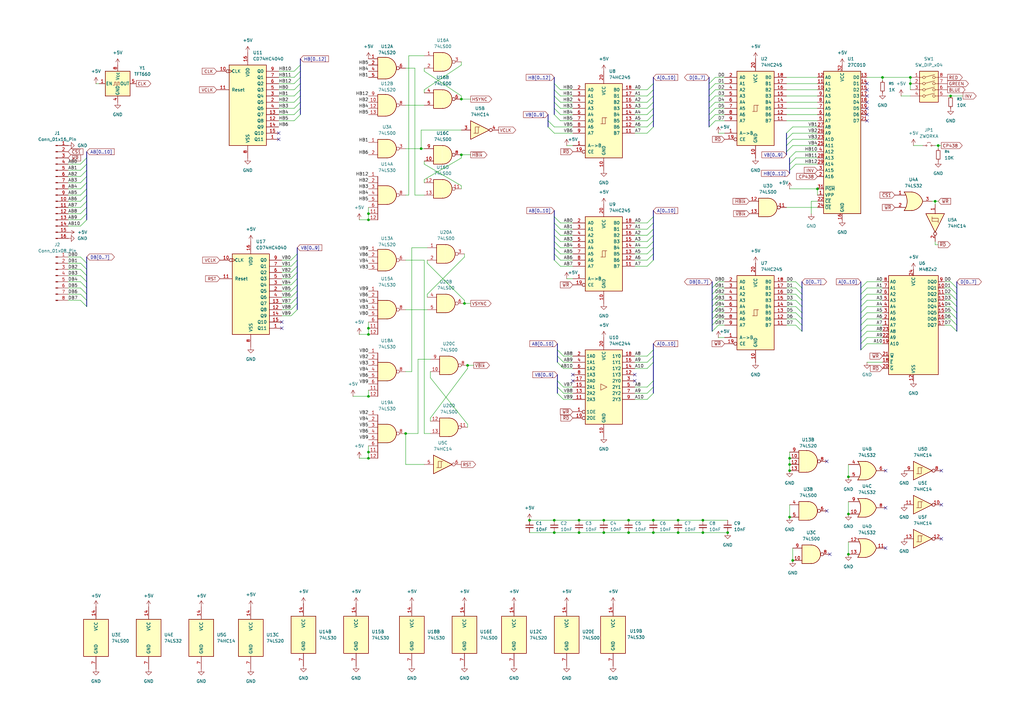
<source format=kicad_sch>
(kicad_sch (version 20250114) (generator "eeschema") (generator_version "9.0")
  (paper "A3")
  (title_block (date "2025-09-30"))
  (junction (at 323.85 190.5))
  (junction (at 151.13 87.63))
  (junction (at 151.13 137.16))
  (junction (at 217.17 213.36))
  (junction (at 347.98 195.58))
  (junction (at 323.85 193.04))
  (junction (at 267.97 213.36))
  (junction (at 298.45 218.44))
  (junction (at 323.85 187.96))
  (junction (at 189.23 40.64))
  (junction (at 257.81 218.44))
  (junction (at 247.65 218.44))
  (junction (at 237.49 218.44))
  (junction (at 151.13 162.56))
  (junction (at 373.38 31.75))
  (junction (at 237.49 213.36))
  (junction (at 325.12 229.87))
  (junction (at 361.95 31.75))
  (junction (at 247.65 213.36))
  (junction (at 373.38 34.29))
  (junction (at 151.13 185.42))
  (junction (at 191.77 149.86))
  (junction (at 384.81 59.69))
  (junction (at 288.29 213.36))
  (junction (at 189.23 63.5))
  (junction (at 278.13 218.44))
  (junction (at 389.89 39.37))
  (junction (at 151.13 90.17))
  (junction (at 227.33 213.36))
  (junction (at 335.28 77.47))
  (junction (at 347.98 227.33))
  (junction (at 257.81 213.36))
  (junction (at 151.13 187.96))
  (junction (at 227.33 218.44))
  (junction (at 383.54 82.55))
  (junction (at 267.97 218.44))
  (junction (at 323.85 212.09))
  (junction (at 166.37 177.8))
  (junction (at 347.98 210.82))
  (junction (at 172.72 60.96))
  (junction (at 278.13 213.36))
  (junction (at 190.5 124.46))
  (junction (at 151.13 134.62))
  (junction (at 288.29 218.44))
  (no_connect (at 114.3 54.61))
  (no_connect (at 234.95 153.67))
  (no_connect (at 115.57 132.08))
  (no_connect (at 363.22 224.79))
  (no_connect (at 386.08 220.98))
  (no_connect (at 363.22 208.28))
  (no_connect (at 355.6 41.91))
  (no_connect (at 340.36 227.33))
  (no_connect (at 355.6 39.37))
  (no_connect (at 339.09 209.55))
  (no_connect (at 234.95 156.21))
  (no_connect (at 115.57 134.62))
  (no_connect (at 339.09 189.23))
  (no_connect (at 355.6 44.45))
  (no_connect (at 355.6 36.83))
  (no_connect (at 355.6 46.99))
  (no_connect (at 114.3 57.15))
  (no_connect (at 260.35 153.67))
  (no_connect (at 355.6 34.29))
  (no_connect (at 386.08 207.01))
  (no_connect (at 363.22 193.04))
  (no_connect (at 355.6 49.53))
  (no_connect (at 260.35 156.21))
  (no_connect (at 386.08 193.04))
  (bus_entry (at 33.02 123.19) (size 2.54 2.54))
  (bus_entry (at 293.37 39.37) (size -2.54 2.54))
  (bus_entry (at 121.92 116.84) (size -2.54 2.54))
  (bus_entry (at 267.97 49.53) (size -2.54 2.54))
  (bus_entry (at 326.39 64.77) (size -2.54 2.54))
  (bus_entry (at 267.97 34.29) (size -2.54 2.54))
  (bus_entry (at 123.19 44.45) (size -2.54 2.54))
  (bus_entry (at 121.92 114.3) (size -2.54 2.54))
  (bus_entry (at 355.6 140.97) (size -2.54 2.54))
  (bus_entry (at 224.79 49.53) (size 2.54 2.54))
  (bus_entry (at 326.39 120.65) (size 2.54 2.54))
  (bus_entry (at 267.97 158.75) (size -2.54 2.54))
  (bus_entry (at 267.97 46.99) (size -2.54 2.54))
  (bus_entry (at 326.39 133.35) (size 2.54 2.54))
  (bus_entry (at 355.6 123.19) (size -2.54 2.54))
  (bus_entry (at 389.89 123.19) (size 2.54 2.54))
  (bus_entry (at 123.19 31.75) (size -2.54 2.54))
  (bus_entry (at 389.89 120.65) (size 2.54 2.54))
  (bus_entry (at 294.64 123.19) (size -2.54 2.54))
  (bus_entry (at 35.56 85.09) (size -2.54 2.54))
  (bus_entry (at 267.97 44.45) (size -2.54 2.54))
  (bus_entry (at 35.56 74.93) (size -2.54 2.54))
  (bus_entry (at 326.39 115.57) (size 2.54 2.54))
  (bus_entry (at 35.56 90.17) (size -2.54 2.54))
  (bus_entry (at 355.6 128.27) (size -2.54 2.54))
  (bus_entry (at 227.33 99.06) (size 2.54 2.54))
  (bus_entry (at 227.33 91.44) (size 2.54 2.54))
  (bus_entry (at 121.92 111.76) (size -2.54 2.54))
  (bus_entry (at 35.56 82.55) (size -2.54 2.54))
  (bus_entry (at 123.19 34.29) (size -2.54 2.54))
  (bus_entry (at 355.6 133.35) (size -2.54 2.54))
  (bus_entry (at 123.19 39.37) (size -2.54 2.54))
  (bus_entry (at 267.97 146.05) (size -2.54 2.54))
  (bus_entry (at 294.64 115.57) (size -2.54 2.54))
  (bus_entry (at 123.19 29.21) (size -2.54 2.54))
  (bus_entry (at 267.97 104.14) (size -2.54 2.54))
  (bus_entry (at 227.33 41.91) (size 2.54 2.54))
  (bus_entry (at 267.97 148.59) (size -2.54 2.54))
  (bus_entry (at 121.92 104.14) (size -2.54 2.54))
  (bus_entry (at 267.97 99.06) (size -2.54 2.54))
  (bus_entry (at 355.6 115.57) (size -2.54 2.54))
  (bus_entry (at 33.02 115.57) (size 2.54 2.54))
  (bus_entry (at 35.56 64.77) (size -2.54 2.54))
  (bus_entry (at 355.6 125.73) (size -2.54 2.54))
  (bus_entry (at 267.97 52.07) (size -2.54 2.54))
  (bus_entry (at 389.89 125.73) (size 2.54 2.54))
  (bus_entry (at 267.97 143.51) (size -2.54 2.54))
  (bus_entry (at 267.97 156.21) (size -2.54 2.54))
  (bus_entry (at 267.97 161.29) (size -2.54 2.54))
  (bus_entry (at 326.39 62.23) (size -2.54 2.54))
  (bus_entry (at 267.97 41.91) (size -2.54 2.54))
  (bus_entry (at 294.64 120.65) (size -2.54 2.54))
  (bus_entry (at 355.6 118.11) (size -2.54 2.54))
  (bus_entry (at 325.12 54.61) (size -2.54 2.54))
  (bus_entry (at 228.6 161.29) (size 2.54 2.54))
  (bus_entry (at 35.56 87.63) (size -2.54 2.54))
  (bus_entry (at 326.39 125.73) (size 2.54 2.54))
  (bus_entry (at 267.97 36.83) (size -2.54 2.54))
  (bus_entry (at 224.79 52.07) (size 2.54 2.54))
  (bus_entry (at 123.19 26.67) (size -2.54 2.54))
  (bus_entry (at 293.37 44.45) (size -2.54 2.54))
  (bus_entry (at 355.6 138.43) (size -2.54 2.54))
  (bus_entry (at 389.89 128.27) (size 2.54 2.54))
  (bus_entry (at 227.33 101.6) (size 2.54 2.54))
  (bus_entry (at 227.33 44.45) (size 2.54 2.54))
  (bus_entry (at 121.92 124.46) (size -2.54 2.54))
  (bus_entry (at 35.56 67.31) (size -2.54 2.54))
  (bus_entry (at 227.33 46.99) (size 2.54 2.54))
  (bus_entry (at 227.33 104.14) (size 2.54 2.54))
  (bus_entry (at 227.33 93.98) (size 2.54 2.54))
  (bus_entry (at 33.02 113.03) (size 2.54 2.54))
  (bus_entry (at 294.64 133.35) (size -2.54 2.54))
  (bus_entry (at 389.89 118.11) (size 2.54 2.54))
  (bus_entry (at 325.12 57.15) (size -2.54 2.54))
  (bus_entry (at 293.37 49.53) (size -2.54 2.54))
  (bus_entry (at 294.64 125.73) (size -2.54 2.54))
  (bus_entry (at 293.37 31.75) (size -2.54 2.54))
  (bus_entry (at 293.37 36.83) (size -2.54 2.54))
  (bus_entry (at 355.6 120.65) (size -2.54 2.54))
  (bus_entry (at 267.97 91.44) (size -2.54 2.54))
  (bus_entry (at 325.12 52.07) (size -2.54 2.54))
  (bus_entry (at 267.97 88.9) (size -2.54 2.54))
  (bus_entry (at 228.6 158.75) (size 2.54 2.54))
  (bus_entry (at 228.6 143.51) (size 2.54 2.54))
  (bus_entry (at 389.89 115.57) (size 2.54 2.54))
  (bus_entry (at 294.64 130.81) (size -2.54 2.54))
  (bus_entry (at 35.56 72.39) (size -2.54 2.54))
  (bus_entry (at 227.33 34.29) (size 2.54 2.54))
  (bus_entry (at 33.02 107.95) (size 2.54 2.54))
  (bus_entry (at 123.19 46.99) (size -2.54 2.54))
  (bus_entry (at 326.39 67.31) (size -2.54 2.54))
  (bus_entry (at 267.97 93.98) (size -2.54 2.54))
  (bus_entry (at 121.92 106.68) (size -2.54 2.54))
  (bus_entry (at 121.92 127) (size -2.54 2.54))
  (bus_entry (at 326.39 128.27) (size 2.54 2.54))
  (bus_entry (at 293.37 41.91) (size -2.54 2.54))
  (bus_entry (at 293.37 46.99) (size -2.54 2.54))
  (bus_entry (at 228.6 156.21) (size 2.54 2.54))
  (bus_entry (at 227.33 39.37) (size 2.54 2.54))
  (bus_entry (at 355.6 130.81) (size -2.54 2.54))
  (bus_entry (at 227.33 106.68) (size 2.54 2.54))
  (bus_entry (at 121.92 119.38) (size -2.54 2.54))
  (bus_entry (at 355.6 135.89) (size -2.54 2.54))
  (bus_entry (at 228.6 148.59) (size 2.54 2.54))
  (bus_entry (at 35.56 80.01) (size -2.54 2.54))
  (bus_entry (at 326.39 130.81) (size 2.54 2.54))
  (bus_entry (at 389.89 130.81) (size 2.54 2.54))
  (bus_entry (at 228.6 146.05) (size 2.54 2.54))
  (bus_entry (at 227.33 96.52) (size 2.54 2.54))
  (bus_entry (at 121.92 121.92) (size -2.54 2.54))
  (bus_entry (at 326.39 118.11) (size 2.54 2.54))
  (bus_entry (at 293.37 34.29) (size -2.54 2.54))
  (bus_entry (at 33.02 110.49) (size 2.54 2.54))
  (bus_entry (at 35.56 69.85) (size -2.54 2.54))
  (bus_entry (at 121.92 109.22) (size -2.54 2.54))
  (bus_entry (at 123.19 36.83) (size -2.54 2.54))
  (bus_entry (at 35.56 77.47) (size -2.54 2.54))
  (bus_entry (at 267.97 39.37) (size -2.54 2.54))
  (bus_entry (at 294.64 128.27) (size -2.54 2.54))
  (bus_entry (at 33.02 118.11) (size 2.54 2.54))
  (bus_entry (at 267.97 96.52) (size -2.54 2.54))
  (bus_entry (at 227.33 36.83) (size 2.54 2.54))
  (bus_entry (at 294.64 118.11) (size -2.54 2.54))
  (bus_entry (at 267.97 106.68) (size -2.54 2.54))
  (bus_entry (at 326.39 123.19) (size 2.54 2.54))
  (bus_entry (at 33.02 105.41) (size 2.54 2.54))
  (bus_entry (at 267.97 101.6) (size -2.54 2.54))
  (bus_entry (at 325.12 59.69) (size -2.54 2.54))
  (bus_entry (at 123.19 41.91) (size -2.54 2.54))
  (bus_entry (at 389.89 133.35) (size 2.54 2.54))
  (bus_entry (at 227.33 88.9) (size 2.54 2.54))
  (bus_entry (at 33.02 120.65) (size 2.54 2.54))
  (wire (pts (xy 294.64 130.81) (xy 297.18 130.81)))
  (wire (pts (xy 27.94 90.17) (xy 33.02 90.17)))
  (wire (pts (xy 384.81 59.69) (xy 386.08 59.69)))
  (wire (pts (xy 115.57 109.22) (xy 119.38 109.22)))
  (wire (pts (xy 294.64 115.57) (xy 297.18 115.57)))
  (bus (pts (xy 292.1 118.11) (xy 292.1 120.65)))
  (wire (pts (xy 229.87 44.45) (xy 234.95 44.45)))
  (wire (pts (xy 355.6 120.65) (xy 361.95 120.65)))
  (bus (pts (xy 35.56 115.57) (xy 35.56 118.11)))
  (wire (pts (xy 173.99 27.94) (xy 173.99 29.21)))
  (wire (pts (xy 260.35 46.99) (xy 265.43 46.99)))
  (wire (pts (xy 115.57 121.92) (xy 119.38 121.92)))
  (wire (pts (xy 166.37 152.4) (xy 168.91 152.4)))
  (bus (pts (xy 267.97 31.75) (xy 267.97 34.29)))
  (wire (pts (xy 229.87 96.52) (xy 234.95 96.52)))
  (wire (pts (xy 229.87 93.98) (xy 234.95 93.98)))
  (bus (pts (xy 227.33 44.45) (xy 227.33 46.99)))
  (wire (pts (xy 322.58 125.73) (xy 326.39 125.73)))
  (wire (pts (xy 322.58 118.11) (xy 326.39 118.11)))
  (wire (pts (xy 297.18 49.53) (xy 293.37 49.53)))
  (wire (pts (xy 347.98 210.82) (xy 347.98 205.74)))
  (bus (pts (xy 392.43 130.81) (xy 392.43 133.35)))
  (bus (pts (xy 35.56 72.39) (xy 35.56 69.85)))
  (bus (pts (xy 227.33 88.9) (xy 227.33 86.36)))
  (wire (pts (xy 176.53 154.94) (xy 191.77 173.99)))
  (wire (pts (xy 33.02 107.95) (xy 27.94 107.95)))
  (wire (pts (xy 114.3 49.53) (xy 120.65 49.53)))
  (wire (pts (xy 227.33 218.44) (xy 237.49 218.44)))
  (wire (pts (xy 229.87 106.68) (xy 234.95 106.68)))
  (wire (pts (xy 260.35 36.83) (xy 265.43 36.83)))
  (wire (pts (xy 173.99 67.31) (xy 189.23 76.2)))
  (bus (pts (xy 123.19 24.13) (xy 123.19 26.67)))
  (wire (pts (xy 260.35 151.13) (xy 265.43 151.13)))
  (wire (pts (xy 387.35 118.11) (xy 389.89 118.11)))
  (bus (pts (xy 292.1 123.19) (xy 292.1 125.73)))
  (wire (pts (xy 173.99 36.83) (xy 189.23 26.67)))
  (bus (pts (xy 121.92 109.22) (xy 121.92 111.76)))
  (bus (pts (xy 227.33 39.37) (xy 227.33 41.91)))
  (bus (pts (xy 267.97 99.06) (xy 267.97 101.6)))
  (bus (pts (xy 35.56 107.95) (xy 35.56 110.49)))
  (wire (pts (xy 189.23 39.37) (xy 189.23 40.64)))
  (wire (pts (xy 234.95 148.59) (xy 231.14 148.59)))
  (bus (pts (xy 35.56 123.19) (xy 35.56 125.73)))
  (wire (pts (xy 335.28 59.69) (xy 325.12 59.69)))
  (wire (pts (xy 151.13 87.63) (xy 151.13 90.17)))
  (wire (pts (xy 151.13 185.42) (xy 151.13 187.96)))
  (wire (pts (xy 33.02 82.55) (xy 27.94 82.55)))
  (bus (pts (xy 121.92 114.3) (xy 121.92 116.84)))
  (wire (pts (xy 173.99 106.68) (xy 173.99 177.8)))
  (wire (pts (xy 294.64 125.73) (xy 297.18 125.73)))
  (wire (pts (xy 115.57 127) (xy 119.38 127)))
  (wire (pts (xy 166.37 127) (xy 175.26 127)))
  (wire (pts (xy 234.95 59.69) (xy 232.41 59.69)))
  (wire (pts (xy 175.26 107.95) (xy 190.5 123.19)))
  (bus (pts (xy 121.92 106.68) (xy 121.92 109.22)))
  (bus (pts (xy 328.93 123.19) (xy 328.93 125.73)))
  (wire (pts (xy 322.58 123.19) (xy 326.39 123.19)))
  (wire (pts (xy 115.57 114.3) (xy 119.38 114.3)))
  (bus (pts (xy 292.1 115.57) (xy 292.1 118.11)))
  (wire (pts (xy 229.87 101.6) (xy 234.95 101.6)))
  (wire (pts (xy 355.6 130.81) (xy 361.95 130.81)))
  (wire (pts (xy 298.45 213.36) (xy 288.29 213.36)))
  (wire (pts (xy 33.02 115.57) (xy 27.94 115.57)))
  (wire (pts (xy 373.38 36.83) (xy 373.38 34.29)))
  (wire (pts (xy 227.33 52.07) (xy 234.95 52.07)))
  (wire (pts (xy 260.35 44.45) (xy 265.43 44.45)))
  (bus (pts (xy 392.43 118.11) (xy 392.43 120.65)))
  (wire (pts (xy 257.81 213.36) (xy 247.65 213.36)))
  (wire (pts (xy 260.35 104.14) (xy 265.43 104.14)))
  (wire (pts (xy 173.99 43.18) (xy 166.37 43.18)))
  (wire (pts (xy 247.65 218.44) (xy 257.81 218.44)))
  (wire (pts (xy 147.32 187.96) (xy 151.13 187.96)))
  (wire (pts (xy 115.57 111.76) (xy 119.38 111.76)))
  (wire (pts (xy 33.02 69.85) (xy 27.94 69.85)))
  (bus (pts (xy 267.97 104.14) (xy 267.97 106.68)))
  (bus (pts (xy 121.92 121.92) (xy 121.92 124.46)))
  (bus (pts (xy 121.92 124.46) (xy 121.92 127)))
  (bus (pts (xy 323.85 64.77) (xy 323.85 67.31)))
  (wire (pts (xy 176.53 152.4) (xy 176.53 154.94)))
  (bus (pts (xy 228.6 158.75) (xy 228.6 161.29)))
  (bus (pts (xy 35.56 85.09) (xy 35.56 87.63)))
  (wire (pts (xy 294.64 120.65) (xy 297.18 120.65)))
  (bus (pts (xy 328.93 130.81) (xy 328.93 133.35)))
  (wire (pts (xy 384.81 60.96) (xy 384.81 59.69)))
  (bus (pts (xy 328.93 133.35) (xy 328.93 135.89)))
  (wire (pts (xy 387.35 125.73) (xy 389.89 125.73)))
  (bus (pts (xy 392.43 115.57) (xy 392.43 118.11)))
  (wire (pts (xy 175.26 120.65) (xy 190.5 105.41)))
  (wire (pts (xy 388.62 39.37) (xy 389.89 39.37)))
  (wire (pts (xy 114.3 39.37) (xy 120.65 39.37)))
  (bus (pts (xy 267.97 146.05) (xy 267.97 148.59)))
  (bus (pts (xy 267.97 91.44) (xy 267.97 93.98)))
  (wire (pts (xy 237.49 218.44) (xy 247.65 218.44)))
  (wire (pts (xy 322.58 46.99) (xy 335.28 46.99)))
  (wire (pts (xy 323.85 77.47) (xy 335.28 77.47)))
  (wire (pts (xy 175.26 121.92) (xy 175.26 120.65)))
  (bus (pts (xy 228.6 156.21) (xy 228.6 158.75)))
  (wire (pts (xy 227.33 213.36) (xy 217.17 213.36)))
  (wire (pts (xy 260.35 158.75) (xy 265.43 158.75)))
  (bus (pts (xy 292.1 128.27) (xy 292.1 130.81)))
  (bus (pts (xy 121.92 116.84) (xy 121.92 119.38)))
  (wire (pts (xy 355.6 133.35) (xy 361.95 133.35)))
  (wire (pts (xy 260.35 52.07) (xy 265.43 52.07)))
  (wire (pts (xy 387.35 133.35) (xy 389.89 133.35)))
  (wire (pts (xy 267.97 218.44) (xy 278.13 218.44)))
  (wire (pts (xy 171.45 177.8) (xy 171.45 147.32)))
  (bus (pts (xy 290.83 36.83) (xy 290.83 39.37)))
  (bus (pts (xy 353.06 143.51) (xy 353.06 140.97)))
  (wire (pts (xy 176.53 171.45) (xy 191.77 151.13)))
  (bus (pts (xy 227.33 31.75) (xy 227.33 34.29)))
  (wire (pts (xy 194.31 149.86) (xy 191.77 149.86)))
  (bus (pts (xy 35.56 67.31) (xy 35.56 64.77)))
  (wire (pts (xy 231.14 163.83) (xy 234.95 163.83)))
  (wire (pts (xy 151.13 182.88) (xy 151.13 185.42)))
  (wire (pts (xy 166.37 106.68) (xy 173.99 106.68)))
  (wire (pts (xy 335.28 54.61) (xy 325.12 54.61)))
  (wire (pts (xy 229.87 109.22) (xy 234.95 109.22)))
  (bus (pts (xy 35.56 82.55) (xy 35.56 85.09)))
  (bus (pts (xy 35.56 64.77) (xy 35.56 62.23)))
  (wire (pts (xy 355.6 128.27) (xy 361.95 128.27)))
  (bus (pts (xy 267.97 49.53) (xy 267.97 52.07)))
  (bus (pts (xy 267.97 93.98) (xy 267.97 96.52)))
  (wire (pts (xy 144.78 162.56) (xy 151.13 162.56)))
  (bus (pts (xy 328.93 118.11) (xy 328.93 120.65)))
  (wire (pts (xy 322.58 34.29) (xy 335.28 34.29)))
  (bus (pts (xy 353.06 140.97) (xy 353.06 138.43)))
  (wire (pts (xy 297.18 44.45) (xy 293.37 44.45)))
  (wire (pts (xy 33.02 77.47) (xy 27.94 77.47)))
  (wire (pts (xy 193.04 124.46) (xy 190.5 124.46)))
  (bus (pts (xy 323.85 67.31) (xy 323.85 69.85)))
  (wire (pts (xy 332.74 82.55) (xy 332.74 87.63)))
  (bus (pts (xy 123.19 31.75) (xy 123.19 34.29)))
  (wire (pts (xy 168.91 101.6) (xy 175.26 101.6)))
  (wire (pts (xy 260.35 91.44) (xy 265.43 91.44)))
  (wire (pts (xy 355.6 31.75) (xy 361.95 31.75)))
  (wire (pts (xy 322.58 85.09) (xy 335.28 85.09)))
  (wire (pts (xy 355.6 135.89) (xy 361.95 135.89)))
  (wire (pts (xy 369.57 39.37) (xy 373.38 39.37)))
  (wire (pts (xy 33.02 80.01) (xy 27.94 80.01)))
  (wire (pts (xy 257.81 218.44) (xy 267.97 218.44)))
  (wire (pts (xy 175.26 106.68) (xy 175.26 107.95)))
  (bus (pts (xy 35.56 74.93) (xy 35.56 72.39)))
  (wire (pts (xy 147.32 137.16) (xy 151.13 137.16)))
  (wire (pts (xy 260.35 146.05) (xy 265.43 146.05)))
  (wire (pts (xy 373.38 34.29) (xy 373.38 31.75)))
  (wire (pts (xy 347.98 227.33) (xy 347.98 222.25)))
  (wire (pts (xy 325.12 229.87) (xy 325.12 224.79)))
  (wire (pts (xy 355.6 148.59) (xy 361.95 148.59)))
  (wire (pts (xy 33.02 120.65) (xy 27.94 120.65)))
  (bus (pts (xy 328.93 115.57) (xy 328.93 118.11)))
  (wire (pts (xy 335.28 80.01) (xy 335.28 77.47)))
  (wire (pts (xy 114.3 31.75) (xy 120.65 31.75)))
  (wire (pts (xy 231.14 158.75) (xy 234.95 158.75)))
  (wire (pts (xy 325.12 57.15) (xy 335.28 57.15)))
  (wire (pts (xy 166.37 27.94) (xy 170.18 27.94)))
  (bus (pts (xy 121.92 119.38) (xy 121.92 121.92)))
  (wire (pts (xy 151.13 132.08) (xy 151.13 134.62)))
  (wire (pts (xy 278.13 213.36) (xy 267.97 213.36)))
  (wire (pts (xy 326.39 62.23) (xy 335.28 62.23)))
  (bus (pts (xy 290.83 44.45) (xy 290.83 46.99)))
  (wire (pts (xy 173.99 177.8) (xy 176.53 177.8)))
  (bus (pts (xy 267.97 44.45) (xy 267.97 46.99)))
  (wire (pts (xy 355.6 140.97) (xy 361.95 140.97)))
  (bus (pts (xy 322.58 57.15) (xy 322.58 59.69)))
  (bus (pts (xy 353.06 118.11) (xy 353.06 120.65)))
  (bus (pts (xy 228.6 140.97) (xy 228.6 143.51)))
  (wire (pts (xy 383.54 59.69) (xy 384.81 59.69)))
  (bus (pts (xy 267.97 140.97) (xy 267.97 143.51)))
  (wire (pts (xy 229.87 46.99) (xy 234.95 46.99)))
  (bus (pts (xy 322.58 62.23) (xy 322.58 63.5)))
  (wire (pts (xy 33.02 67.31) (xy 27.94 67.31)))
  (wire (pts (xy 322.58 133.35) (xy 326.39 133.35)))
  (wire (pts (xy 260.35 109.22) (xy 265.43 109.22)))
  (bus (pts (xy 290.83 46.99) (xy 290.83 49.53)))
  (bus (pts (xy 267.97 143.51) (xy 267.97 146.05)))
  (bus (pts (xy 123.19 39.37) (xy 123.19 41.91)))
  (wire (pts (xy 172.72 60.96) (xy 166.37 60.96)))
  (bus (pts (xy 290.83 41.91) (xy 290.83 44.45)))
  (wire (pts (xy 297.18 36.83) (xy 293.37 36.83)))
  (wire (pts (xy 234.95 114.3) (xy 232.41 114.3)))
  (bus (pts (xy 123.19 29.21) (xy 123.19 31.75)))
  (wire (pts (xy 323.85 190.5) (xy 323.85 193.04)))
  (bus (pts (xy 267.97 36.83) (xy 267.97 39.37)))
  (wire (pts (xy 387.35 120.65) (xy 389.89 120.65)))
  (bus (pts (xy 267.97 41.91) (xy 267.97 44.45)))
  (bus (pts (xy 35.56 105.41) (xy 35.56 107.95)))
  (bus (pts (xy 123.19 36.83) (xy 123.19 39.37)))
  (bus (pts (xy 121.92 101.6) (xy 121.92 104.14)))
  (wire (pts (xy 322.58 49.53) (xy 335.28 49.53)))
  (wire (pts (xy 189.23 64.77) (xy 189.23 63.5)))
  (wire (pts (xy 260.35 49.53) (xy 265.43 49.53)))
  (bus (pts (xy 322.58 59.69) (xy 322.58 62.23)))
  (bus (pts (xy 290.83 31.75) (xy 290.83 34.29)))
  (wire (pts (xy 151.13 160.02) (xy 151.13 162.56)))
  (wire (pts (xy 193.04 63.5) (xy 189.23 63.5)))
  (wire (pts (xy 247.65 213.36) (xy 237.49 213.36)))
  (bus (pts (xy 392.43 128.27) (xy 392.43 130.81)))
  (wire (pts (xy 172.72 53.34) (xy 172.72 60.96)))
  (bus (pts (xy 392.43 125.73) (xy 392.43 128.27)))
  (wire (pts (xy 189.23 40.64) (xy 193.04 40.64)))
  (wire (pts (xy 191.77 173.99) (xy 191.77 175.26)))
  (wire (pts (xy 191.77 151.13) (xy 191.77 149.86)))
  (wire (pts (xy 173.99 29.21) (xy 189.23 39.37)))
  (wire (pts (xy 260.35 93.98) (xy 265.43 93.98)))
  (wire (pts (xy 229.87 104.14) (xy 234.95 104.14)))
  (wire (pts (xy 33.02 123.19) (xy 27.94 123.19)))
  (bus (pts (xy 392.43 120.65) (xy 392.43 123.19)))
  (wire (pts (xy 237.49 213.36) (xy 227.33 213.36)))
  (bus (pts (xy 227.33 96.52) (xy 227.33 93.98)))
  (wire (pts (xy 189.23 26.67) (xy 189.23 25.4)))
  (bus (pts (xy 290.83 39.37) (xy 290.83 41.91)))
  (wire (pts (xy 260.35 106.68) (xy 265.43 106.68)))
  (bus (pts (xy 121.92 111.76) (xy 121.92 114.3)))
  (bus (pts (xy 228.6 146.05) (xy 228.6 148.59)))
  (wire (pts (xy 176.53 172.72) (xy 176.53 171.45)))
  (wire (pts (xy 33.02 118.11) (xy 27.94 118.11)))
  (wire (pts (xy 167.64 80.01) (xy 167.64 22.86)))
  (wire (pts (xy 114.3 41.91) (xy 120.65 41.91)))
  (bus (pts (xy 353.06 130.81) (xy 353.06 133.35)))
  (bus (pts (xy 392.43 133.35) (xy 392.43 135.89)))
  (bus (pts (xy 35.56 118.11) (xy 35.56 120.65)))
  (bus (pts (xy 328.93 125.73) (xy 328.93 128.27)))
  (bus (pts (xy 227.33 99.06) (xy 227.33 96.52)))
  (bus (pts (xy 121.92 104.14) (xy 121.92 106.68)))
  (wire (pts (xy 322.58 31.75) (xy 335.28 31.75)))
  (wire (pts (xy 33.02 113.03) (xy 27.94 113.03)))
  (bus (pts (xy 227.33 101.6) (xy 227.33 99.06)))
  (wire (pts (xy 322.58 41.91) (xy 335.28 41.91)))
  (bus (pts (xy 290.83 34.29) (xy 290.83 36.83)))
  (bus (pts (xy 267.97 96.52) (xy 267.97 99.06)))
  (wire (pts (xy 355.6 123.19) (xy 361.95 123.19)))
  (bus (pts (xy 228.6 143.51) (xy 228.6 146.05)))
  (bus (pts (xy 353.06 123.19) (xy 353.06 125.73)))
  (wire (pts (xy 33.02 74.93) (xy 27.94 74.93)))
  (bus (pts (xy 123.19 44.45) (xy 123.19 46.99)))
  (wire (pts (xy 227.33 54.61) (xy 234.95 54.61)))
  (bus (pts (xy 227.33 41.91) (xy 227.33 44.45)))
  (bus (pts (xy 227.33 34.29) (xy 227.33 36.83)))
  (wire (pts (xy 33.02 92.71) (xy 27.94 92.71)))
  (wire (pts (xy 387.35 123.19) (xy 389.89 123.19)))
  (wire (pts (xy 260.35 161.29) (xy 265.43 161.29)))
  (bus (pts (xy 228.6 153.67) (xy 228.6 156.21)))
  (wire (pts (xy 115.57 106.68) (xy 119.38 106.68)))
  (wire (pts (xy 383.54 99.06) (xy 383.54 100.33)))
  (wire (pts (xy 322.58 39.37) (xy 335.28 39.37)))
  (bus (pts (xy 267.97 148.59) (xy 267.97 156.21)))
  (wire (pts (xy 383.54 82.55) (xy 383.54 83.82)))
  (wire (pts (xy 361.95 31.75) (xy 373.38 31.75)))
  (bus (pts (xy 392.43 123.19) (xy 392.43 125.73)))
  (wire (pts (xy 322.58 36.83) (xy 335.28 36.83)))
  (wire (pts (xy 33.02 105.41) (xy 27.94 105.41)))
  (bus (pts (xy 353.06 138.43) (xy 353.06 135.89)))
  (bus (pts (xy 323.85 69.85) (xy 323.85 71.12)))
  (bus (pts (xy 227.33 104.14) (xy 227.33 101.6)))
  (wire (pts (xy 173.99 60.96) (xy 172.72 60.96)))
  (wire (pts (xy 115.57 119.38) (xy 119.38 119.38)))
  (wire (pts (xy 326.39 67.31) (xy 335.28 67.31)))
  (wire (pts (xy 166.37 80.01) (xy 167.64 80.01)))
  (wire (pts (xy 190.5 105.41) (xy 190.5 104.14)))
  (wire (pts (xy 297.18 46.99) (xy 293.37 46.99)))
  (wire (pts (xy 297.18 138.43) (xy 294.64 138.43)))
  (bus (pts (xy 267.97 101.6) (xy 267.97 104.14)))
  (wire (pts (xy 114.3 29.21) (xy 120.65 29.21)))
  (wire (pts (xy 355.6 118.11) (xy 361.95 118.11)))
  (bus (pts (xy 35.56 82.55) (xy 35.56 80.01)))
  (wire (pts (xy 322.58 44.45) (xy 335.28 44.45)))
  (bus (pts (xy 353.06 120.65) (xy 353.06 123.19)))
  (wire (pts (xy 114.3 46.99) (xy 120.65 46.99)))
  (bus (pts (xy 224.79 46.99) (xy 224.79 49.53)))
  (wire (pts (xy 297.18 39.37) (xy 293.37 39.37)))
  (wire (pts (xy 166.37 177.8) (xy 166.37 190.5)))
  (wire (pts (xy 166.37 177.8) (xy 171.45 177.8)))
  (wire (pts (xy 168.91 152.4) (xy 168.91 101.6)))
  (wire (pts (xy 387.35 115.57) (xy 389.89 115.57)))
  (bus (pts (xy 292.1 130.81) (xy 292.1 133.35)))
  (wire (pts (xy 267.97 213.36) (xy 257.81 213.36)))
  (wire (pts (xy 322.58 120.65) (xy 326.39 120.65)))
  (wire (pts (xy 387.35 130.81) (xy 389.89 130.81)))
  (wire (pts (xy 229.87 49.53) (xy 234.95 49.53)))
  (wire (pts (xy 39.37 34.29) (xy 40.64 34.29)))
  (wire (pts (xy 322.58 128.27) (xy 326.39 128.27)))
  (wire (pts (xy 115.57 124.46) (xy 119.38 124.46)))
  (wire (pts (xy 173.99 66.04) (xy 173.99 67.31)))
  (wire (pts (xy 167.64 22.86) (xy 173.99 22.86)))
  (bus (pts (xy 227.33 93.98) (xy 227.33 91.44)))
  (wire (pts (xy 294.64 54.61) (xy 297.18 54.61)))
  (wire (pts (xy 260.35 96.52) (xy 265.43 96.52)))
  (wire (pts (xy 171.45 147.32) (xy 176.53 147.32)))
  (wire (pts (xy 260.35 101.6) (xy 265.43 101.6)))
  (wire (pts (xy 229.87 39.37) (xy 234.95 39.37)))
  (wire (pts (xy 325.12 52.07) (xy 335.28 52.07)))
  (wire (pts (xy 189.23 53.34) (xy 172.72 53.34)))
  (wire (pts (xy 355.6 115.57) (xy 361.95 115.57)))
  (wire (pts (xy 293.37 31.75) (xy 297.18 31.75)))
  (wire (pts (xy 278.13 218.44) (xy 288.29 218.44)))
  (wire (pts (xy 297.18 41.91) (xy 293.37 41.91)))
  (wire (pts (xy 260.35 41.91) (xy 265.43 41.91)))
  (wire (pts (xy 151.13 134.62) (xy 151.13 137.16)))
  (wire (pts (xy 173.99 73.66) (xy 189.23 64.77)))
  (wire (pts (xy 114.3 44.45) (xy 120.65 44.45)))
  (bus (pts (xy 353.06 128.27) (xy 353.06 130.81)))
  (bus (pts (xy 328.93 128.27) (xy 328.93 130.81)))
  (wire (pts (xy 33.02 87.63) (xy 27.94 87.63)))
  (bus (pts (xy 267.97 156.21) (xy 267.97 158.75)))
  (bus (pts (xy 227.33 36.83) (xy 227.33 39.37)))
  (wire (pts (xy 387.35 128.27) (xy 389.89 128.27)))
  (wire (pts (xy 361.95 33.02) (xy 361.95 31.75)))
  (bus (pts (xy 35.56 110.49) (xy 35.56 113.03)))
  (bus (pts (xy 290.83 49.53) (xy 290.83 52.07)))
  (wire (pts (xy 323.85 185.42) (xy 323.85 187.96)))
  (wire (pts (xy 323.85 212.09) (xy 323.85 207.01)))
  (wire (pts (xy 260.35 54.61) (xy 265.43 54.61)))
  (wire (pts (xy 355.6 138.43) (xy 361.95 138.43)))
  (wire (pts (xy 294.64 133.35) (xy 297.18 133.35)))
  (bus (pts (xy 35.56 80.01) (xy 35.56 77.47)))
  (wire (pts (xy 33.02 110.49) (xy 27.94 110.49)))
  (bus (pts (xy 123.19 26.67) (xy 123.19 29.21)))
  (wire (pts (xy 231.14 161.29) (xy 234.95 161.29)))
  (wire (pts (xy 294.64 123.19) (xy 297.18 123.19)))
  (wire (pts (xy 322.58 130.81) (xy 326.39 130.81)))
  (wire (pts (xy 114.3 36.83) (xy 120.65 36.83)))
  (wire (pts (xy 265.43 163.83) (xy 260.35 163.83)))
  (wire (pts (xy 114.3 34.29) (xy 120.65 34.29)))
  (wire (pts (xy 383.54 82.55) (xy 384.81 82.55)))
  (wire (pts (xy 297.18 34.29) (xy 293.37 34.29)))
  (wire (pts (xy 33.02 85.09) (xy 27.94 85.09)))
  (wire (pts (xy 147.32 90.17) (xy 151.13 90.17)))
  (bus (pts (xy 227.33 91.44) (xy 227.33 88.9)))
  (wire (pts (xy 335.28 82.55) (xy 332.74 82.55)))
  (bus (pts (xy 35.56 69.85) (xy 35.56 67.31)))
  (bus (pts (xy 123.19 34.29) (xy 123.19 36.83)))
  (wire (pts (xy 383.54 100.33) (xy 384.81 100.33)))
  (bus (pts (xy 267.97 46.99) (xy 267.97 49.53)))
  (bus (pts (xy 123.19 41.91) (xy 123.19 44.45)))
  (wire (pts (xy 115.57 129.54) (xy 119.38 129.54)))
  (wire (pts (xy 170.18 80.01) (xy 173.99 80.01)))
  (bus (pts (xy 353.06 115.57) (xy 353.06 118.11)))
  (wire (pts (xy 217.17 218.44) (xy 227.33 218.44)))
  (wire (pts (xy 260.35 39.37) (xy 265.43 39.37)))
  (bus (pts (xy 224.79 49.53) (xy 224.79 52.07)))
  (wire (pts (xy 115.57 116.84) (xy 119.38 116.84)))
  (wire (pts (xy 265.43 148.59) (xy 260.35 148.59)))
  (bus (pts (xy 267.97 88.9) (xy 267.97 91.44)))
  (bus (pts (xy 328.93 120.65) (xy 328.93 123.19)))
  (bus (pts (xy 267.97 34.29) (xy 267.97 36.83)))
  (wire (pts (xy 173.99 74.93) (xy 173.99 73.66)))
  (bus (pts (xy 35.56 87.63) (xy 35.56 90.17)))
  (wire (pts (xy 288.29 213.36) (xy 278.13 213.36)))
  (wire (pts (xy 260.35 99.06) (xy 265.43 99.06)))
  (wire (pts (xy 170.18 27.94) (xy 170.18 80.01)))
  (bus (pts (xy 292.1 125.73) (xy 292.1 128.27)))
  (wire (pts (xy 374.65 59.69) (xy 378.46 59.69)))
  (wire (pts (xy 173.99 38.1) (xy 173.99 36.83)))
  (wire (pts (xy 294.64 118.11) (xy 297.18 118.11)))
  (bus (pts (xy 292.1 133.35) (xy 292.1 135.89)))
  (wire (pts (xy 355.6 125.73) (xy 361.95 125.73)))
  (wire (pts (xy 294.64 128.27) (xy 297.18 128.27)))
  (wire (pts (xy 189.23 76.2) (xy 189.23 77.47)))
  (wire (pts (xy 33.02 72.39) (xy 27.94 72.39)))
  (bus (pts (xy 267.97 86.36) (xy 267.97 88.9)))
  (wire (pts (xy 382.27 82.55) (xy 383.54 82.55)))
  (wire (pts (xy 151.13 85.09) (xy 151.13 87.63)))
  (bus (pts (xy 35.56 113.03) (xy 35.56 115.57)))
  (wire (pts (xy 347.98 195.58) (xy 347.98 190.5)))
  (bus (pts (xy 292.1 120.65) (xy 292.1 123.19)))
  (bus (pts (xy 353.06 125.73) (xy 353.06 128.27)))
  (bus (pts (xy 227.33 106.68) (xy 227.33 104.14)))
  (bus (pts (xy 353.06 133.35) (xy 353.06 135.89)))
  (wire (pts (xy 288.29 218.44) (xy 298.45 218.44)))
  (bus (pts (xy 267.97 39.37) (xy 267.97 41.91)))
  (wire (pts (xy 231.14 146.05) (xy 234.95 146.05)))
  (wire (pts (xy 322.58 115.57) (xy 326.39 115.57)))
  (bus (pts (xy 322.58 54.61) (xy 322.58 57.15)))
  (wire (pts (xy 335.28 64.77) (xy 326.39 64.77)))
  (wire (pts (xy 389.89 39.37) (xy 394.97 39.37)))
  (wire (pts (xy 229.87 91.44) (xy 234.95 91.44)))
  (wire (pts (xy 229.87 36.83) (xy 234.95 36.83)))
  (wire (pts (xy 323.85 187.96) (xy 323.85 190.5)))
  (wire (pts (xy 229.87 99.06) (xy 234.95 99.06)))
  (wire (pts (xy 166.37 190.5) (xy 173.99 190.5)))
  (bus (pts (xy 35.56 77.47) (xy 35.56 74.93)))
  (bus (pts (xy 35.56 120.65) (xy 35.56 123.19)))
  (wire (pts (xy 190.5 123.19) (xy 190.5 124.46)))
  (wire (pts (xy 229.87 41.91) (xy 234.95 41.91)))
  (wire (pts (xy 231.14 151.13) (xy 234.95 151.13)))
  (bus (pts (xy 267.97 158.75) (xy 267.97 161.29)))
  (label "HB2" (at 151.13 74.93 180))
  (label "A4" (at 260.35 46.99 0))
  (label "VB9" (at 151.13 180.34 180))
  (label "VB6" (at 151.13 105.41 180))
  (label "A1" (at 260.35 39.37 0))
  (label "A1" (at 260.35 93.98 0))
  (label "VB2" (at 151.13 170.18 180))
  (label "VB6" (at 234.95 54.61 180))
  (label "AB5" (at 234.95 104.14 180))
  (label "HB12" (at 151.13 72.39 180))
  (label "AB8" (at 27.94 87.63 0))
  (label "A5" (at 260.35 49.53 0))
  (label "HB1" (at 151.13 31.75 180))
  (label "A4" (at 361.95 125.73 180))
  (label "VB3" (at 115.57 114.3 0))
  (label "AB0" (at 234.95 91.44 180))
  (label "DB2" (at 297.18 120.65 180))
  (label "A6" (at 361.95 130.81 180))
  (label "VB4" (at 151.13 124.46 180))
  (label "HB0" (at 234.95 36.83 180))
  (label "HB6" (at 114.3 52.07 0))
  (label "D0" (at 322.58 115.57 0))
  (label "D1" (at 322.58 118.11 0))
  (label "VB4" (at 151.13 152.4 180))
  (label "D3" (at 322.58 123.19 0))
  (label "D7" (at 387.35 133.35 0))
  (label "AB1" (at 234.95 93.98 180))
  (label "DB7" (at 297.18 133.35 180))
  (label "A9" (at 260.35 161.29 0))
  (label "HB6" (at 151.13 63.5 180))
  (label "A10" (at 260.35 163.83 0))
  (label "VB8" (at 115.57 127 0))
  (label "HB1" (at 234.95 39.37 180))
  (label "DB6" (at 27.94 120.65 0))
  (label "D0" (at 387.35 115.57 0))
  (label "D6" (at 322.58 130.81 0))
  (label "HB12" (at 114.3 34.29 0))
  (label "VB4" (at 115.57 116.84 0))
  (label "AB4" (at 234.95 101.6 180))
  (label "D4" (at 322.58 125.73 0))
  (label "VB7" (at 115.57 124.46 0))
  (label "A0" (at 361.95 115.57 180))
  (label "HB10" (at 114.3 29.21 0))
  (label "AB4" (at 27.94 77.47 0))
  (label "HB0" (at 114.3 36.83 0))
  (label "A3" (at 260.35 99.06 0))
  (label "A10" (at 361.95 140.97 180))
  (label "DB7" (at 27.94 123.19 0))
  (label "A9" (at 260.35 148.59 0))
  (label "HB5" (at 151.13 26.67 180))
  (label "DB3" (at 27.94 113.03 0))
  (label "A8" (at 260.35 146.05 0))
  (label "VB9" (at 151.13 157.48 180))
  (label "A1" (at 361.95 118.11 180))
  (label "A6" (at 260.35 52.07 0))
  (label "VB5" (at 151.13 175.26 180))
  (label "VB2" (at 335.28 54.61 180))
  (label "VB3" (at 151.13 127 180))
  (label "AB2" (at 27.94 72.39 0))
  (label "HB2" (at 151.13 41.91 180))
  (label "DB5" (at 27.94 118.11 0))
  (label "D5" (at 322.58 128.27 0))
  (label "HB10" (at 335.28 62.23 180))
  (label "AB10" (at 234.95 151.13 180))
  (label "DB4" (at 27.94 115.57 0))
  (label "D2" (at 297.18 36.83 180))
  (label "DB3" (at 297.18 123.19 180))
  (label "A4" (at 260.35 101.6 0))
  (label "HB12" (at 151.13 39.37 180))
  (label "A2" (at 260.35 41.91 0))
  (label "A3" (at 361.95 123.19 180))
  (label "VB2" (at 115.57 111.76 0))
  (label "HB4" (at 151.13 29.21 180))
  (label "A7" (at 260.35 109.22 0))
  (label "AB5" (at 27.94 80.01 0))
  (label "AB1" (at 27.94 69.85 0))
  (label "VB9" (at 115.57 129.54 0))
  (label "HB5" (at 151.13 82.55 180))
  (label "D3" (at 297.18 39.37 180))
  (label "VB3" (at 335.28 57.15 180))
  (label "AB9" (at 234.95 148.59 180))
  (label "A6" (at 260.35 106.68 0))
  (label "D4" (at 297.18 41.91 180))
  (label "HB5" (at 114.3 49.53 0))
  (label "HB11" (at 114.3 31.75 0))
  (label "HB4" (at 151.13 44.45 180))
  (label "AB6" (at 27.94 82.55 0))
  (label "A8" (at 361.95 135.89 180))
  (label "VB4" (at 335.28 59.69 180))
  (label "HB12" (at 335.28 67.31 180))
  (label "A8" (at 260.35 158.75 0))
  (label "D7" (at 322.58 133.35 0))
  (label "VB9" (at 151.13 119.38 180))
  (label "VB0" (at 151.13 129.54 180))
  (label "D6" (at 297.18 46.99 180))
  (label "D4" (at 387.35 125.73 0))
  (label "VB6" (at 151.13 121.92 180))
  (label "HB4" (at 114.3 46.99 0))
  (label "D7" (at 297.18 49.53 180))
  (label "HB3" (at 114.3 44.45 0))
  (label "AB8" (at 234.95 146.05 180))
  (label "A5" (at 260.35 104.14 0))
  (label "A9" (at 361.95 138.43 180))
  (label "A7" (at 361.95 133.35 180))
  (label "VB9" (at 151.13 102.87 180))
  (label "VB0" (at 151.13 144.78 180))
  (label "AB7" (at 27.94 85.09 0))
  (label "D5" (at 387.35 128.27 0))
  (label "VB9" (at 234.95 163.83 180))
  (label "VB3" (at 151.13 149.86 180))
  (label "VB6" (at 115.57 121.92 0))
  (label "AB6" (at 234.95 106.68 180))
  (label "VB3" (at 151.13 110.49 180))
  (label "HB3" (at 234.95 44.45 180))
  (label "AB3" (at 234.95 99.06 180))
  (label "A2" (at 260.35 96.52 0))
  (label "AB7" (at 234.95 109.22 180))
  (label "D1" (at 387.35 118.11 0))
  (label "AB0" (at 27.94 67.31 0))
  (label "D5" (at 297.18 44.45 180))
  (label "VB5" (at 234.95 52.07 180))
  (label "AB2" (at 234.95 96.52 180))
  (label "HB5" (at 234.95 49.53 180))
  (label "D6" (at 387.35 130.81 0))
  (label "VB6" (at 151.13 154.94 180))
  (label "VB2" (at 151.13 147.32 180))
  (label "VB5" (at 115.57 119.38 0))
  (label "A3" (at 260.35 44.45 0))
  (label "VB8" (at 234.95 161.29 180))
  (label "DB4" (at 297.18 125.73 180))
  (label "DB0" (at 297.18 115.57 180))
  (label "VB6" (at 151.13 177.8 180))
  (label "VB0" (at 115.57 106.68 0))
  (label "VB4" (at 151.13 107.95 180))
  (label "A10" (at 260.35 151.13 0))
  (label "DB2" (at 27.94 110.49 0))
  (label "D3" (at 387.35 123.19 0))
  (label "HB3" (at 151.13 77.47 180))
  (label "DB1" (at 297.18 118.11 180))
  (label "VB4" (at 151.13 172.72 180))
  (label "DB1" (at 27.94 107.95 0))
  (label "HB1" (at 151.13 58.42 180))
  (label "HB1" (at 114.3 39.37 0))
  (label "HB4" (at 234.95 46.99 180))
  (label "D2" (at 322.58 120.65 0))
  (label "VB1" (at 115.57 109.22 0))
  (label "HB2" (at 114.3 41.91 0))
  (label "VB7" (at 234.95 158.75 180))
  (label "D2" (at 387.35 120.65 0))
  (label "HB11" (at 335.28 64.77 180))
  (label "DB5" (at 297.18 128.27 180))
  (label "D0" (at 297.18 31.75 180))
  (label "A0" (at 260.35 36.83 0))
  (label "A7" (at 260.35 54.61 0))
  (label "VB1" (at 335.28 52.07 180))
  (label "DB0" (at 27.94 105.41 0))
  (label "DB6" (at 297.18 130.81 180))
  (label "HB5" (at 151.13 46.99 180))
  (label "AB10" (at 27.94 92.71 0))
  (label "A2" (at 361.95 120.65 180))
  (label "A5" (at 361.95 128.27 180))
  (label "AB9" (at 27.94 90.17 0))
  (label "AB3" (at 27.94 74.93 0))
  (label "D1" (at 297.18 34.29 180))
  (label "HB2" (at 234.95 41.91 180))
  (label "HB4" (at 151.13 80.01 180))
  (label "A0" (at 260.35 91.44 0))
  (global_label "~{RD}" (shape input) (at 361.95 151.13 180) (property "Intersheetrefs" "${INTERSHEET_REFS}" (effects (hide yes))))
  (global_label "~{WR}" (shape input) (at 234.95 116.84 180) (property "Intersheetrefs" "${INTERSHEET_REFS}" (effects (hide yes))))
  (global_label "HB[0..12]" (shape input) (at 227.33 31.75 180) (property "Intersheetrefs" "${INTERSHEET_REFS}" (effects (hide yes))))
  (global_label "~{RD}" (shape output) (at 384.81 100.33 0) (property "Intersheetrefs" "${INTERSHEET_REFS}" (effects (hide yes))))
  (global_label "HB[0..12]" (shape input) (at 123.19 24.13 0) (property "Intersheetrefs" "${INTERSHEET_REFS}" (effects (hide yes))))
  (global_label "CP438" (shape output) (at 386.08 59.69 0) (property "Intersheetrefs" "${INTERSHEET_REFS}" (effects (hide yes))))
  (global_label "VB[0..9]" (shape input) (at 322.58 63.5 180) (property "Intersheetrefs" "${INTERSHEET_REFS}" (effects (hide yes))))
  (global_label "VCLK" (shape output) (at 204.47 53.34 0) (property "Intersheetrefs" "${INTERSHEET_REFS}" (effects (hide yes))))
  (global_label "~{RD}" (shape input) (at 234.95 171.45 180) (property "Intersheetrefs" "${INTERSHEET_REFS}" (effects (hide yes))))
  (global_label "~{RD}" (shape input) (at 234.95 62.23 180) (property "Intersheetrefs" "${INTERSHEET_REFS}" (effects (hide yes))))
  (global_label "HSYNC" (shape output) (at 193.04 40.64 0) (property "Intersheetrefs" "${INTERSHEET_REFS}" (effects (hide yes))))
  (global_label "AB[0..10]" (shape input) (at 227.33 86.36 180) (property "Intersheetrefs" "${INTERSHEET_REFS}" (effects (hide yes))))
  (global_label "D[0..7]" (shape bidirectional) (at 392.43 115.57 0) (property "Intersheetrefs" "${INTERSHEET_REFS}" (effects (hide yes))))
  (global_label "HB[0..12]" (shape input) (at 323.85 71.12 180) (property "Intersheetrefs" "${INTERSHEET_REFS}" (effects (hide yes))))
  (global_label "INV" (shape output) (at 394.97 39.37 0) (property "Intersheetrefs" "${INTERSHEET_REFS}" (effects (hide yes))))
  (global_label "D[0..7]" (shape bidirectional) (at 290.83 31.75 180) (property "Intersheetrefs" "${INTERSHEET_REFS}" (effects (hide yes))))
  (global_label "VB[0..9]" (shape input) (at 121.92 101.6 0) (property "Intersheetrefs" "${INTERSHEET_REFS}" (effects (hide yes))))
  (global_label "BLUE" (shape output) (at 388.62 36.83 0) (property "Intersheetrefs" "${INTERSHEET_REFS}" (effects (hide yes))))
  (global_label "~{WR}" (shape input) (at 234.95 168.91 180) (property "Intersheetrefs" "${INTERSHEET_REFS}" (effects (hide yes))))
  (global_label "~{VBlk}" (shape input) (at 307.34 87.63 180) (property "Intersheetrefs" "${INTERSHEET_REFS}" (effects (hide yes))))
  (global_label "VB[0..9]" (shape input) (at 228.6 153.67 180) (property "Intersheetrefs" "${INTERSHEET_REFS}" (effects (hide yes))))
  (global_label "RST" (shape output) (at 189.23 190.5 0) (property "Intersheetrefs" "${INTERSHEET_REFS}" (effects (hide yes))))
  (global_label "~{WR}" (shape input) (at 297.18 140.97 180) (property "Intersheetrefs" "${INTERSHEET_REFS}" (effects (hide yes))))
  (global_label "VCLK" (shape input) (at 88.9 36.83 180) (property "Intersheetrefs" "${INTERSHEET_REFS}" (effects (hide yes))))
  (global_label "~{CS1}" (shape input) (at 367.03 80.01 180) (property "Intersheetrefs" "${INTERSHEET_REFS}" (effects (hide yes))))
  (global_label "INV" (shape input) (at 335.28 69.85 180) (property "Intersheetrefs" "${INTERSHEET_REFS}" (effects (hide yes))))
  (global_label "~{CS1}" (shape input) (at 27.94 62.23 0) (property "Intersheetrefs" "${INTERSHEET_REFS}" (effects (hide yes))))
  (global_label "A[0..10]" (shape input) (at 267.97 140.97 0) (property "Intersheetrefs" "${INTERSHEET_REFS}" (effects (hide yes))))
  (global_label "CLK" (shape output) (at 55.88 34.29 0) (property "Intersheetrefs" "${INTERSHEET_REFS}" (effects (hide yes))))
  (global_label "~{HBlk}" (shape input) (at 307.34 82.55 180) (property "Intersheetrefs" "${INTERSHEET_REFS}" (effects (hide yes))))
  (global_label "~{VBlk}" (shape output) (at 194.31 149.86 0) (property "Intersheetrefs" "${INTERSHEET_REFS}" (effects (hide yes))))
  (global_label "A[0..10]" (shape input) (at 353.06 115.57 180) (property "Intersheetrefs" "${INTERSHEET_REFS}" (effects (hide yes))))
  (global_label "RED" (shape output) (at 388.62 31.75 0) (property "Intersheetrefs" "${INTERSHEET_REFS}" (effects (hide yes))))
  (global_label "~{WR}" (shape input) (at 384.81 82.55 0) (property "Intersheetrefs" "${INTERSHEET_REFS}" (effects (hide yes))))
  (global_label "DB[0..7]" (shape bidirectional) (at 292.1 115.57 180) (property "Intersheetrefs" "${INTERSHEET_REFS}" (effects (hide yes))))
  (global_label "VSYNC" (shape output) (at 193.04 124.46 0) (property "Intersheetrefs" "${INTERSHEET_REFS}" (effects (hide yes))))
  (global_label "DB[0..7]" (shape bidirectional) (at 35.56 105.41 0) (property "Intersheetrefs" "${INTERSHEET_REFS}" (effects (hide yes))))
  (global_label "~{HBlk}" (shape output) (at 193.04 63.5 0) (property "Intersheetrefs" "${INTERSHEET_REFS}" (effects (hide yes))))
  (global_label "AB[0..10]" (shape input) (at 228.6 140.97 180) (property "Intersheetrefs" "${INTERSHEET_REFS}" (effects (hide yes))))
  (global_label "~{WR}" (shape input) (at 367.03 85.09 180) (property "Intersheetrefs" "${INTERSHEET_REFS}" (effects (hide yes))))
  (global_label "A[0..10]" (shape input) (at 267.97 31.75 0) (property "Intersheetrefs" "${INTERSHEET_REFS}" (effects (hide yes))))
  (global_label "CP438" (shape input) (at 335.28 72.39 180) (property "Intersheetrefs" "${INTERSHEET_REFS}" (effects (hide yes))))
  (global_label "VB[0..9]" (shape input) (at 224.79 46.99 180) (property "Intersheetrefs" "${INTERSHEET_REFS}" (effects (hide yes))))
  (global_label "CLK" (shape input) (at 88.9 29.21 180) (property "Intersheetrefs" "${INTERSHEET_REFS}" (effects (hide yes))))
  (global_label "GREEN" (shape output) (at 388.62 34.29 0) (property "Intersheetrefs" "${INTERSHEET_REFS}" (effects (hide yes))))
  (global_label "A[0..10]" (shape input) (at 267.97 86.36 0) (property "Intersheetrefs" "${INTERSHEET_REFS}" (effects (hide yes))))
  (global_label "AB[0..10]" (shape input) (at 35.56 62.23 0) (property "Intersheetrefs" "${INTERSHEET_REFS}" (effects (hide yes))))
  (global_label "~{WR}" (shape input) (at 27.94 64.77 0) (property "Intersheetrefs" "${INTERSHEET_REFS}" (effects (hide yes))))
  (global_label "D[0..7]" (shape bidirectional) (at 328.93 115.57 0) (property "Intersheetrefs" "${INTERSHEET_REFS}" (effects (hide yes))))
  (global_label "RST" (shape input) (at 90.17 114.3 180) (property "Intersheetrefs" "${INTERSHEET_REFS}" (effects (hide yes))))
  (global_label "VCLK" (shape input) (at 90.17 106.68 180) (property "Intersheetrefs" "${INTERSHEET_REFS}" (effects (hide yes))))
  (global_label "~{RD}" (shape input) (at 297.18 57.15 180) (property "Intersheetrefs" "${INTERSHEET_REFS}" (effects (hide yes))))
  (global_label "~{WR}" (shape input) (at 361.95 146.05 180) (property "Intersheetrefs" "${INTERSHEET_REFS}" (effects (hide yes))))
  (symbol (lib_id "74xx:74LS00") (at 184.15 149.86 0) (unit 3)
    (property "Reference" "U20" (at 184.1417 140.97 0))
    (property "Value" "74LS00" (at 184.1417 143.51 0))
    (property "Footprint" "Package_SO:SOIC-14_3.9x8.7mm_P1.27mm" (effects (hide yes)))
    (property "Datasheet" "http://www.ti.com/lit/gpn/sn74ls00" (effects (hide yes)))
    (property "Description" "quad 2-input NAND gate" (effects (hide yes)))
  )
  (symbol (lib_id "Jumper:Jumper_2_Small_Open") (at 381 59.69 0) (unit 1)
    (property "Reference" "JP1" (at 381 53.34 0))
    (property "Value" "ZWORKA" (at 381 55.88 0))
    (property "Footprint" "PCM_Jumper_AKL:Jumper_P2.54mm_D0.7mm" (effects (hide yes)))
    (property "Description" "Jumper, 2-pole, small symbol, open" (effects (hide yes)))
  )
  (symbol (lib_id "power:GND") (at 48.26 41.91 0) (unit 1)
    (property "Reference" "#PWR059" (effects (hide yes)))
    (property "Value" "GND" (at 48.26 46.99 0))
    (property "Description" "Power symbol creates a global label with name \"GND\" , ground" (effects (hide yes)))
  )
  (symbol (lib_id "74xx:74LS30") (at 158.75 152.4 0) (unit 1)
    (property "Reference" "U18" (at 158.7417 139.7 0))
    (property "Value" "74LS30" (at 158.7417 142.24 0))
    (property "Footprint" "Package_SO:SOIC-14_3.9x8.7mm_P1.27mm" (effects (hide yes)))
    (property "Datasheet" "http://www.ti.com/lit/gpn/sn74LS30" (effects (hide yes)))
    (property "Description" "8-input NAND" (effects (hide yes)))
  )
  (symbol (lib_id "Device:C_Small") (at 237.49 215.9 0) (unit 1)
    (property "Reference" "C3" (at 240.03 214.6362 0) (effects (justify left)))
    (property "Value" "10nF" (at 240.03 217.1762 0) (effects (justify left)))
    (property "Footprint" "Capacitor_SMD:C_0805_2012Metric" (effects (hide yes)))
    (property "Description" "Unpolarized capacitor, small symbol" (effects (hide yes)))
  )
  (symbol (lib_id "74xx:74LS32") (at 60.96 261.62 0) (unit 5)
    (property "Reference" "U4" (at 67.31 260.3499 0) (effects (justify left)))
    (property "Value" "74LS32" (at 67.31 262.8899 0) (effects (justify left)))
    (property "Footprint" "Package_SO:SOIC-14_3.9x8.7mm_P1.27mm" (effects (hide yes)))
    (property "Datasheet" "http://www.ti.com/lit/gpn/sn74LS32" (effects (hide yes)))
    (property "Description" "Quad 2-input OR" (effects (hide yes)))
  )
  (symbol (lib_id "74xx:74LS20") (at 158.75 106.68 0) (unit 1)
    (property "Reference" "U13" (at 158.7403 97.79 0))
    (property "Value" "74LS20" (at 158.7403 100.33 0))
    (property "Footprint" "Package_SO:SOIC-14_3.9x8.7mm_P1.27mm" (effects (hide yes)))
    (property "Datasheet" "http://www.ti.com/lit/gpn/sn74LS20" (effects (hide yes)))
    (property "Description" "Dual 4-input NAND" (effects (hide yes)))
  )
  (symbol (lib_id "power:GND") (at 210.82 273.05 0) (unit 1)
    (property "Reference" "#PWR054" (effects (hide yes)))
    (property "Value" "GND" (at 210.82 278.13 0))
    (property "Description" "Power symbol creates a global label with name \"GND\" , ground" (effects (hide yes)))
  )
  (symbol (lib_id "power:+5V") (at 210.82 247.65 0) (unit 1)
    (property "Reference" "#PWR044" (effects (hide yes)))
    (property "Value" "+5V" (at 210.82 242.57 0))
    (property "Description" "Power symbol creates a global label with name \"+5V\"" (effects (hide yes)))
  )
  (symbol (lib_id "74xx:74LS00") (at 181.61 63.5 0) (unit 3)
    (property "Reference" "U16" (at 181.6017 54.61 0))
    (property "Value" "74LS00" (at 181.6017 57.15 0))
    (property "Footprint" "Package_SO:SOIC-14_3.9x8.7mm_P1.27mm" (effects (hide yes)))
    (property "Datasheet" "http://www.ti.com/lit/gpn/sn74ls00" (effects (hide yes)))
    (property "Description" "quad 2-input NAND gate" (effects (hide yes)))
  )
  (symbol (lib_id "74xx:74HC14") (at 378.46 220.98 0) (unit 6)
    (property "Reference" "U5" (at 378.46 212.09 0))
    (property "Value" "74HC14" (at 378.46 214.63 0))
    (property "Footprint" "Package_SO:SOIC-14_3.9x8.7mm_P1.27mm" (effects (hide yes)))
    (property "Datasheet" "http://www.ti.com/lit/gpn/sn74HC14" (effects (hide yes)))
    (property "Description" "Hex inverter schmitt trigger" (effects (hide yes)))
  )
  (symbol (lib_id "74xx:74LS00") (at 181.61 77.47 0) (unit 4)
    (property "Reference" "U16" (at 181.6017 68.58 0))
    (property "Value" "74LS00" (at 181.6017 71.12 0))
    (property "Footprint" "Package_SO:SOIC-14_3.9x8.7mm_P1.27mm" (effects (hide yes)))
    (property "Datasheet" "http://www.ti.com/lit/gpn/sn74ls00" (effects (hide yes)))
    (property "Description" "quad 2-input NAND gate" (effects (hide yes)))
  )
  (symbol (lib_id "power:GND") (at 370.84 193.04 0) (unit 1)
    (property "Reference" "#PWR063" (effects (hide yes)))
    (property "Value" "GND" (at 370.84 198.12 0))
    (property "Description" "Power symbol creates a global label with name \"GND\" , ground" (effects (hide yes)))
  )
  (symbol (lib_id "4xxx:4040") (at 102.87 119.38 0) (unit 1)
    (property "Reference" "U17" (at 105.0133 99.06 0) (effects (justify left)))
    (property "Value" "CD74HC4040" (at 105.0133 101.6 0) (effects (justify left)))
    (property "Footprint" "Package_SO:SOIC-16_3.9x9.9mm_P1.27mm" (effects (hide yes)))
    (property "Datasheet" "http://www.intersil.com/content/dam/Intersil/documents/cd40/cd4020bms-24bms-40bms.pdf" (effects (hide yes)))
    (property "Description" "Binary Counter 12 stages (Asynchronous)" (effects (hide yes)))
  )
  (symbol (lib_id "Device:C_Small") (at 298.45 215.9 0) (unit 1)
    (property "Reference" "C9" (at 300.99 214.6362 0) (effects (justify left)))
    (property "Value" "10nF" (at 300.99 217.1762 0) (effects (justify left)))
    (property "Footprint" "Capacitor_SMD:C_0805_2012Metric" (effects (hide yes)))
    (property "Description" "Unpolarized capacitor, small symbol" (effects (hide yes)))
  )
  (symbol (lib_id "Memory_EPROM:27C010") (at 345.44 57.15 0) (unit 1)
    (property "Reference" "U1" (at 347.5833 24.13 0) (effects (justify left)))
    (property "Value" "27C010" (at 347.5833 26.67 0) (effects (justify left)))
    (property "Footprint" "Package_DIP:DIP-32_W15.24mm" (effects (hide yes)))
    (property "Datasheet" "http://ww1.microchip.com/downloads/en/DeviceDoc/doc0321.pdf" (effects (hide yes)))
    (property "Description" "OTP EPROM 1 MiBit (128 Ki x 8 Bit)" (effects (hide yes)))
  )
  (symbol (lib_id "Device:C_Small") (at 217.17 215.9 0) (unit 1)
    (property "Reference" "C1" (at 219.71 214.6362 0) (effects (justify left)))
    (property "Value" "10nF" (at 219.71 217.1762 0) (effects (justify left)))
    (property "Footprint" "Capacitor_SMD:C_0805_2012Metric" (effects (hide yes)))
    (property "Description" "Unpolarized capacitor, small symbol" (effects (hide yes)))
  )
  (symbol (lib_id "power:+5V") (at 102.87 99.06 0) (unit 1)
    (property "Reference" "#PWR031" (effects (hide yes)))
    (property "Value" "+5V" (at 102.87 93.98 0))
    (property "Description" "Power symbol creates a global label with name \"+5V\"" (effects (hide yes)))
  )
  (symbol (lib_id "power:+5V") (at 82.55 248.92 0) (unit 1)
    (property "Reference" "#PWR038" (effects (hide yes)))
    (property "Value" "+5V" (at 82.55 244.348 0))
    (property "Description" "Power symbol creates a global label with name \"+5V\"" (effects (hide yes)))
  )
  (symbol (lib_id "74xx:74LS30") (at 251.46 260.35 0) (unit 2)
    (property "Reference" "U19" (at 260.858 258.826 0))
    (property "Value" "74LS30" (at 260.858 261.366 0))
    (property "Footprint" "Package_SO:SOIC-14_3.9x8.7mm_P1.27mm" (effects (hide yes)))
    (property "Datasheet" "http://www.ti.com/lit/gpn/sn74LS30" (effects (hide yes)))
    (property "Description" "8-input NAND" (effects (hide yes)))
  )
  (symbol (lib_id "power:+5V") (at 232.41 247.65 0) (unit 1)
    (property "Reference" "#PWR045" (effects (hide yes)))
    (property "Value" "+5V" (at 232.41 242.57 0))
    (property "Description" "Power symbol creates a global label with name \"+5V\"" (effects (hide yes)))
  )
  (symbol (lib_id "power:GND") (at 361.95 38.1 0) (unit 1)
    (property "Reference" "#PWR07" (effects (hide yes)))
    (property "Value" "GND" (at 361.95 43.18 0))
    (property "Description" "Power symbol creates a global label with name \"GND\" , ground" (effects (hide yes)))
  )
  (symbol (lib_id "power:GND") (at 168.91 273.05 0) (unit 1)
    (property "Reference" "#PWR052" (effects (hide yes)))
    (property "Value" "GND" (at 168.91 278.13 0))
    (property "Description" "Power symbol creates a global label with name \"GND\" , ground" (effects (hide yes)))
  )
  (symbol (lib_id "power:+5V") (at 39.37 34.29 0) (unit 1)
    (property "Reference" "#PWR060" (effects (hide yes)))
    (property "Value" "+5V" (at 39.37 29.21 0))
    (property "Description" "Power symbol creates a global label with name \"+5V\"" (effects (hide yes)))
  )
  (symbol (lib_id "74xx:74LS32") (at 374.65 82.55 0) (unit 1)
    (property "Reference" "U4" (at 374.65 73.66 0))
    (property "Value" "74LS32" (at 374.65 76.2 0))
    (property "Footprint" "Package_SO:SOIC-14_3.9x8.7mm_P1.27mm" (effects (hide yes)))
    (property "Datasheet" "http://www.ti.com/lit/gpn/sn74LS32" (effects (hide yes)))
    (property "Description" "Quad 2-input OR" (effects (hide yes)))
  )
  (symbol (lib_id "74xx:74LS30") (at 124.46 260.35 0) (unit 2)
    (property "Reference" "U14" (at 130.81 259.0799 0) (effects (justify left)))
    (property "Value" "74LS30" (at 130.81 261.6199 0) (effects (justify left)))
    (property "Footprint" "Package_SO:SOIC-14_3.9x8.7mm_P1.27mm" (effects (hide yes)))
    (property "Datasheet" "http://www.ti.com/lit/gpn/sn74LS30" (effects (hide yes)))
    (property "Description" "8-input NAND" (effects (hide yes)))
  )
  (symbol (lib_id "power:GND") (at 355.6 148.59 0) (unit 1)
    (property "Reference" "#PWR015" (effects (hide yes)))
    (property "Value" "GND" (at 355.6 153.67 0))
    (property "Description" "Power symbol creates a global label with name \"GND\" , ground" (effects (hide yes)))
  )
  (symbol (lib_id "74xx:74LS00") (at 182.88 104.14 0) (unit 1)
    (property "Reference" "U20" (at 182.8717 95.25 0))
    (property "Value" "74LS00" (at 182.8717 97.79 0))
    (property "Footprint" "Package_SO:SOIC-14_3.9x8.7mm_P1.27mm" (effects (hide yes)))
    (property "Datasheet" "http://www.ti.com/lit/gpn/sn74ls00" (effects (hide yes)))
    (property "Description" "quad 2-input NAND gate" (effects (hide yes)))
  )
  (symbol (lib_id "power:GND") (at 190.5 273.05 0) (unit 1)
    (property "Reference" "#PWR053" (effects (hide yes)))
    (property "Value" "GND" (at 190.5 278.13 0))
    (property "Description" "Power symbol creates a global label with name \"GND\" , ground" (effects (hide yes)))
  )
  (symbol (lib_id "power:+5V") (at 374.65 59.69 0) (unit 1)
    (property "Reference" "#PWR011" (effects (hide yes)))
    (property "Value" "+5V" (at 374.65 54.61 0))
    (property "Description" "Power symbol creates a global label with name \"+5V\"" (effects (hide yes)))
  )
  (symbol (lib_id "Device:R_Small") (at 389.89 41.91 0) (unit 1)
    (property "Reference" "R3" (at 392.43 40.6399 0) (effects (font (size 1.016 1.016)) (justify left)))
    (property "Value" "10K" (at 392.43 43.1799 0) (effects (justify left)))
    (property "Footprint" "PCM_Resistor_SMD_AKL:R_0603_1608Metric" (effects (hide yes)))
    (property "Description" "Resistor, small symbol" (effects (hide yes)))
  )
  (symbol (lib_id "power:+5V") (at 101.6 21.59 0) (unit 1)
    (property "Reference" "#PWR027" (effects (hide yes)))
    (property "Value" "+5V" (at 101.6 16.51 0))
    (property "Description" "Power symbol creates a global label with name \"+5V\"" (effects (hide yes)))
  )
  (symbol (lib_id "power:+5V") (at 369.57 39.37 0) (unit 1)
    (property "Reference" "#PWR09" (effects (hide yes)))
    (property "Value" "+5V" (at 369.57 34.29 0))
    (property "Description" "Power symbol creates a global label with name \"+5V\"" (effects (hide yes)))
  )
  (symbol (lib_id "power:+5V") (at 27.94 95.25 270) (unit 1)
    (property "Reference" "#PWR072" (effects (hide yes)))
    (property "Value" "+5V" (at 31.75 95.2499 90) (effects (justify left)))
    (property "Description" "Power symbol creates a global label with name \"+5V\"" (effects (hide yes)))
  )
  (symbol (lib_id "74xx:74LS32") (at 355.6 224.79 0) (unit 4)
    (property "Reference" "U4" (at 355.6 215.9 0))
    (property "Value" "74LS32" (at 355.6 218.44 0))
    (property "Footprint" "Package_SO:SOIC-14_3.9x8.7mm_P1.27mm" (effects (hide yes)))
    (property "Datasheet" "http://www.ti.com/lit/gpn/sn74LS32" (effects (hide yes)))
    (property "Description" "Quad 2-input OR" (effects (hide yes)))
  )
  (symbol (lib_id "74xx:74LS00") (at 190.5 260.35 0) (unit 5)
    (property "Reference" "U16" (at 196.85 259.0799 0) (effects (justify left)))
    (property "Value" "74LS00" (at 196.85 261.6199 0) (effects (justify left)))
    (property "Footprint" "Package_SO:SOIC-14_3.9x8.7mm_P1.27mm" (effects (hide yes)))
    (property "Datasheet" "http://www.ti.com/lit/gpn/sn74ls00" (effects (hide yes)))
    (property "Description" "quad 2-input NAND gate" (effects (hide yes)))
  )
  (symbol (lib_id "power:GND") (at 124.46 273.05 0) (unit 1)
    (property "Reference" "#PWR050" (effects (hide yes)))
    (property "Value" "GND" (at 124.46 278.13 0))
    (property "Description" "Power symbol creates a global label with name \"GND\" , ground" (effects (hide yes)))
  )
  (symbol (lib_id "power:+5V") (at 144.78 162.56 0) (unit 1)
    (property "Reference" "#PWR034" (effects (hide yes)))
    (property "Value" "+5V" (at 144.78 157.48 0))
    (property "Description" "Power symbol creates a global label with name \"+5V\"" (effects (hide yes)))
  )
  (symbol (lib_id "power:+5V") (at 232.41 114.3 0) (unit 1)
    (property "Reference" "#PWR022" (effects (hide yes)))
    (property "Value" "+5V" (at 234.95 111.76 0))
    (property "Description" "Power symbol creates a global label with name \"+5V\"" (effects (hide yes)))
  )
  (symbol (lib_id "power:+5V") (at 60.96 248.92 0) (unit 1)
    (property "Reference" "#PWR037" (effects (hide yes)))
    (property "Value" "+5V" (at 60.96 244.348 0))
    (property "Description" "Power symbol creates a global label with name \"+5V\"" (effects (hide yes)))
  )
  (symbol (lib_id "power:GND") (at 323.85 212.09 0) (unit 1)
    (property "Reference" "#PWR070" (effects (hide yes)))
    (property "Value" "GND" (at 323.85 217.17 0))
    (property "Description" "Power symbol creates a global label with name \"GND\" , ground" (effects (hide yes)))
  )
  (symbol (lib_id "74xx:74LS00") (at 184.15 175.26 0) (unit 4)
    (property "Reference" "U20" (at 184.1417 166.37 0))
    (property "Value" "74LS00" (at 184.1417 168.91 0))
    (property "Footprint" "Package_SO:SOIC-14_3.9x8.7mm_P1.27mm" (effects (hide yes)))
    (property "Datasheet" "http://www.ti.com/lit/gpn/sn74ls00" (effects (hide yes)))
    (property "Description" "quad 2-input NAND gate" (effects (hide yes)))
  )
  (symbol (lib_id "power:GND") (at 389.89 44.45 0) (unit 1)
    (property "Reference" "#PWR08" (effects (hide yes)))
    (property "Value" "GND" (at 389.89 49.53 0))
    (property "Description" "Power symbol creates a global label with name \"GND\" , ground" (effects (hide yes)))
  )
  (symbol (lib_id "power:GND") (at 370.84 207.01 0) (unit 1)
    (property "Reference" "#PWR064" (effects (hide yes)))
    (property "Value" "GND" (at 370.84 212.09 0))
    (property "Description" "Power symbol creates a global label with name \"GND\" , ground" (effects (hide yes)))
  )
  (symbol (lib_id "Device:R_Small") (at 384.81 63.5 0) (unit 1)
    (property "Reference" "R4" (at 387.35 62.2299 0) (effects (font (size 1.016 1.016)) (justify left)))
    (property "Value" "10K" (at 387.35 64.7699 0) (effects (justify left)))
    (property "Footprint" "PCM_Resistor_SMD_AKL:R_0603_1608Metric" (effects (hide yes)))
    (property "Description" "Resistor, small symbol" (effects (hide yes)))
  )
  (symbol (lib_id "power:+5V") (at 232.41 59.69 0) (unit 1)
    (property "Reference" "#PWR019" (effects (hide yes)))
    (property "Value" "+5V" (at 234.95 57.15 0))
    (property "Description" "Power symbol creates a global label with name \"+5V\"" (effects (hide yes)))
  )
  (symbol (lib_id "74xx:74LS20") (at 158.75 43.18 0) (unit 2)
    (property "Reference" "U12" (at 158.7403 34.29 0))
    (property "Value" "74LS20" (at 158.7403 36.83 0))
    (property "Footprint" "Package_SO:SOIC-14_3.9x8.7mm_P1.27mm" (effects (hide yes)))
    (property "Datasheet" "http://www.ti.com/lit/gpn/sn74LS20" (effects (hide yes)))
    (property "Description" "Dual 4-input NAND" (effects (hide yes)))
  )
  (symbol (lib_id "power:GND") (at 309.88 64.77 0) (unit 1)
    (property "Reference" "#PWR06" (effects (hide yes)))
    (property "Value" "GND" (at 309.88 69.85 0))
    (property "Description" "Power symbol creates a global label with name \"GND\" , ground" (effects (hide yes)))
  )
  (symbol (lib_id "power:GND") (at 347.98 195.58 0) (unit 1)
    (property "Reference" "#PWR068" (effects (hide yes)))
    (property "Value" "GND" (at 347.98 200.66 0))
    (property "Description" "Power symbol creates a global label with name \"GND\" , ground" (effects (hide yes)))
  )
  (symbol (lib_id "74xx:74LS00") (at 331.47 209.55 0) (unit 2)
    (property "Reference" "U3" (at 331.4617 200.66 0))
    (property "Value" "74LS00" (at 331.4617 203.2 0))
    (property "Footprint" "Package_SO:SOIC-14_3.9x8.7mm_P1.27mm" (effects (hide yes)))
    (property "Datasheet" "http://www.ti.com/lit/gpn/sn74ls00" (effects (hide yes)))
    (property "Description" "quad 2-input NAND gate" (effects (hide yes)))
  )
  (symbol (lib_id "power:GND") (at 347.98 210.82 0) (unit 1)
    (property "Reference" "#PWR067" (effects (hide yes)))
    (property "Value" "GND" (at 347.98 215.9 0))
    (property "Description" "Power symbol creates a global label with name \"GND\" , ground" (effects (hide yes)))
  )
  (symbol (lib_id "Device:C_Small") (at 267.97 215.9 0) (unit 1)
    (property "Reference" "C6" (at 270.51 214.6362 0) (effects (justify left)))
    (property "Value" "10nF" (at 270.51 217.1762 0) (effects (justify left)))
    (property "Footprint" "Capacitor_SMD:C_0805_2012Metric" (effects (hide yes)))
    (property "Description" "Unpolarized capacitor, small symbol" (effects (hide yes)))
  )
  (symbol (lib_id "power:GND") (at 251.46 273.05 0) (unit 1)
    (property "Reference" "#PWR057" (effects (hide yes)))
    (property "Value" "GND" (at 251.46 278.13 0))
    (property "Description" "Power symbol creates a global label with name \"GND\" , ground" (effects (hide yes)))
  )
  (symbol (lib_id "power:GND") (at 374.65 156.21 0) (unit 1)
    (property "Reference" "#PWR014" (effects (hide yes)))
    (property "Value" "GND" (at 374.65 161.29 0))
    (property "Description" "Power symbol creates a global label with name \"GND\" , ground" (effects (hide yes)))
  )
  (symbol (lib_id "74xx:74HC245") (at 309.88 128.27 0) (unit 1)
    (property "Reference" "U7" (at 312.0233 107.95 0) (effects (justify left)))
    (property "Value" "74HC245" (at 312.0233 110.49 0) (effects (justify left)))
    (property "Footprint" "Package_SO:SOIC-20W_7.5x12.8mm_P1.27mm" (effects (hide yes)))
    (property "Datasheet" "http://www.ti.com/lit/gpn/sn74HC245" (effects (hide yes)))
    (property "Description" "Octal BUS Transceivers, 3-State outputs" (effects (hide yes)))
  )
  (symbol (lib_id "power:GND") (at 232.41 273.05 0) (unit 1)
    (property "Reference" "#PWR055" (effects (hide yes)))
    (property "Value" "GND" (at 232.41 278.13 0))
    (property "Description" "Power symbol creates a global label with name \"GND\" , ground" (effects (hide yes)))
  )
  (symbol (lib_id "power:+5V") (at 168.91 247.65 0) (unit 1)
    (property "Reference" "#PWR042" (effects (hide yes)))
    (property "Value" "+5V" (at 168.91 242.57 0))
    (property "Description" "Power symbol creates a global label with name \"+5V\"" (effects (hide yes)))
  )
  (symbol (lib_id "power:GND") (at 309.88 148.59 0) (unit 1)
    (property "Reference" "#PWR017" (effects (hide yes)))
    (property "Value" "GND" (at 309.88 153.67 0))
    (property "Description" "Power symbol creates a global label with name \"GND\" , ground" (effects (hide yes)))
  )
  (symbol (lib_id "power:+5V") (at 147.32 137.16 0) (unit 1)
    (property "Reference" "#PWR033" (effects (hide yes)))
    (property "Value" "+5V" (at 147.32 132.08 0))
    (property "Description" "Power symbol creates a global label with name \"+5V\"" (effects (hide yes)))
  )
  (symbol (lib_id "74xx:74LS00") (at 181.61 25.4 0) (unit 1)
    (property "Reference" "U16" (at 181.6017 16.51 0))
    (property "Value" "74LS00" (at 181.6017 19.05 0))
    (property "Footprint" "Package_SO:SOIC-14_3.9x8.7mm_P1.27mm" (effects (hide yes)))
    (property "Datasheet" "http://www.ti.com/lit/gpn/sn74ls00" (effects (hide yes)))
    (property "Description" "quad 2-input NAND gate" (effects (hide yes)))
  )
  (symbol (lib_id "power:+5V") (at 151.13 24.13 0) (unit 1)
    (property "Reference" "#PWR029" (effects (hide yes)))
    (property "Value" "+5V" (at 151.13 19.05 0))
    (property "Description" "Power symbol creates a global label with name \"+5V\"" (effects (hide yes)))
  )
  (symbol (lib_id "Connector:Conn_01x08_Pin") (at 22.86 113.03 0) (unit 1)
    (property "Reference" "J2" (at 23.495 100.33 0))
    (property "Value" "Conn_01x08_Pin" (at 23.495 102.87 0))
    (property "Description" "Generic connector, single row, 01x08, script generated" (effects (hide yes)))
  )
  (symbol (lib_id "Device:C_Small") (at 257.81 215.9 0) (unit 1)
    (property "Reference" "C5" (at 260.35 214.6362 0) (effects (justify left)))
    (property "Value" "10nF" (at 260.35 217.1762 0) (effects (justify left)))
    (property "Footprint" "Capacitor_SMD:C_0805_2012Metric" (effects (hide yes)))
    (property "Description" "Unpolarized capacitor, small symbol" (effects (hide yes)))
  )
  (symbol (lib_id "power:+5V") (at 217.17 213.36 0) (unit 1)
    (property "Reference" "#PWR061" (effects (hide yes)))
    (property "Value" "+5V" (at 217.17 208.28 0))
    (property "Description" "Power symbol creates a global label with name \"+5V\"" (effects (hide yes)))
  )
  (symbol (lib_id "74xx:74LS30") (at 158.75 127 0) (unit 1)
    (property "Reference" "U15" (at 158.7417 114.3 0))
    (property "Value" "74LS30" (at 158.7417 116.84 0))
    (property "Footprint" "Package_SO:SOIC-14_3.9x8.7mm_P1.27mm" (effects (hide yes)))
    (property "Datasheet" "http://www.ti.com/lit/gpn/sn74LS30" (effects (hide yes)))
    (property "Description" "8-input NAND" (effects (hide yes)))
  )
  (symbol (lib_id "74xx:74LS30") (at 168.91 260.35 0) (unit 2)
    (property "Reference" "U18" (at 175.26 259.0799 0) (effects (justify left)))
    (property "Value" "74LS30" (at 175.26 261.6199 0) (effects (justify left)))
    (property "Footprint" "Package_SO:SOIC-14_3.9x8.7mm_P1.27mm" (effects (hide yes)))
    (property "Datasheet" "http://www.ti.com/lit/gpn/sn74LS30" (effects (hide yes)))
    (property "Description" "8-input NAND" (effects (hide yes)))
  )
  (symbol (lib_id "74xx:74LS00") (at 314.96 85.09 0) (unit 4)
    (property "Reference" "U3" (at 314.9517 76.2 0))
    (property "Value" "74LS00" (at 314.9517 78.74 0))
    (property "Footprint" "Package_SO:SOIC-14_3.9x8.7mm_P1.27mm" (effects (hide yes)))
    (property "Datasheet" "http://www.ti.com/lit/gpn/sn74ls00" (effects (hide yes)))
    (property "Description" "quad 2-input NAND gate" (effects (hide yes)))
  )
  (symbol (lib_id "74xx:74LS30") (at 158.75 80.01 0) (unit 1)
    (property "Reference" "U14" (at 158.7417 67.31 0))
    (property "Value" "74LS30" (at 158.7417 69.85 0))
    (property "Footprint" "Package_SO:SOIC-14_3.9x8.7mm_P1.27mm" (effects (hide yes)))
    (property "Datasheet" "http://www.ti.com/lit/gpn/sn74LS30" (effects (hide yes)))
    (property "Description" "8-input NAND" (effects (hide yes)))
  )
  (symbol (lib_id "74xx:74HC14") (at 378.46 207.01 0) (unit 5)
    (property "Reference" "U5" (at 378.46 198.12 0))
    (property "Value" "74HC14" (at 378.46 200.66 0))
    (property "Footprint" "Package_SO:SOIC-14_3.9x8.7mm_P1.27mm" (effects (hide yes)))
    (property "Datasheet" "http://www.ti.com/lit/gpn/sn74HC14" (effects (hide yes)))
    (property "Description" "Hex inverter schmitt trigger" (effects (hide yes)))
  )
  (symbol (lib_id "74xx:74HC245") (at 247.65 104.14 0) (unit 1)
    (property "Reference" "U9" (at 249.7933 83.82 0) (effects (justify left)))
    (property "Value" "74HC245" (at 249.7933 86.36 0) (effects (justify left)))
    (property "Footprint" "Package_SO:SOIC-20W_7.5x12.8mm_P1.27mm" (effects (hide yes)))
    (property "Datasheet" "http://www.ti.com/lit/gpn/sn74HC245" (effects (hide yes)))
    (property "Description" "Octal BUS Transceivers, 3-State outputs" (effects (hide yes)))
  )
  (symbol (lib_id "power:GND") (at 247.65 179.07 0) (unit 1)
    (property "Reference" "#PWR026" (effects (hide yes)))
    (property "Value" "GND" (at 247.65 184.15 0))
    (property "Description" "Power symbol creates a global label with name \"GND\" , ground" (effects (hide yes)))
  )
  (symbol (lib_id "74xx:74HC14") (at 181.61 190.5 0) (unit 3)
    (property "Reference" "U5" (at 181.61 181.61 0))
    (property "Value" "74HC14" (at 181.61 184.15 0))
    (property "Footprint" "Package_SO:SOIC-14_3.9x8.7mm_P1.27mm" (effects (hide yes)))
    (property "Datasheet" "http://www.ti.com/lit/gpn/sn74HC14" (effects (hide yes)))
    (property "Description" "Hex inverter schmitt trigger" (effects (hide yes)))
  )
  (symbol (lib_id "74xx:74LS20") (at 158.75 27.94 0) (unit 1)
    (property "Reference" "U12" (at 158.7403 19.05 0))
    (property "Value" "74LS20" (at 158.7403 21.59 0))
    (property "Footprint" "Package_SO:SOIC-14_3.9x8.7mm_P1.27mm" (effects (hide yes)))
    (property "Datasheet" "http://www.ti.com/lit/gpn/sn74LS20" (effects (hide yes)))
    (property "Description" "Dual 4-input NAND" (effects (hide yes)))
  )
  (symbol (lib_id "power:GND") (at 60.96 274.32 0) (unit 1)
    (property "Reference" "#PWR047" (effects (hide yes)))
    (property "Value" "GND" (at 60.96 279.4 0))
    (property "Description" "Power symbol creates a global label with name \"GND\" , ground" (effects (hide yes)))
  )
  (symbol (lib_id "74xx:74HC245") (at 247.65 49.53 0) (unit 1)
    (property "Reference" "U8" (at 249.7933 29.21 0) (effects (justify left)))
    (property "Value" "74HC245" (at 249.7933 31.75 0) (effects (justify left)))
    (property "Footprint" "Package_SO:SOIC-20W_7.5x12.8mm_P1.27mm" (effects (hide yes)))
    (property "Datasheet" "http://www.ti.com/lit/gpn/sn74HC245" (effects (hide yes)))
    (property "Description" "Octal BUS Transceivers, 3-State outputs" (effects (hide yes)))
  )
  (symbol (lib_id "74xx:74LS00") (at 158.75 60.96 0) (unit 1)
    (property "Reference" "U3" (at 158.7417 52.07 0))
    (property "Value" "74LS00" (at 158.7417 54.61 0))
    (property "Footprint" "Package_SO:SOIC-14_3.9x8.7mm_P1.27mm" (effects (hide yes)))
    (property "Datasheet" "http://www.ti.com/lit/gpn/sn74ls00" (effects (hide yes)))
    (property "Description" "quad 2-input NAND gate" (effects (hide yes)))
  )
  (symbol (lib_id "Device:R_Small") (at 361.95 35.56 0) (unit 1)
    (property "Reference" "R5" (at 364.49 34.2899 0) (effects (font (size 1.016 1.016)) (justify left)))
    (property "Value" "1K" (at 364.49 36.8299 0) (effects (justify left)))
    (property "Footprint" "PCM_Resistor_SMD_AKL:R_0603_1608Metric" (effects (hide yes)))
    (property "Description" "Resistor, small symbol" (effects (hide yes)))
  )
  (symbol (lib_id "power:GND") (at 347.98 227.33 0) (unit 1)
    (property "Reference" "#PWR066" (effects (hide yes)))
    (property "Value" "GND" (at 347.98 232.41 0))
    (property "Description" "Power symbol creates a global label with name \"GND\" , ground" (effects (hide yes)))
  )
  (symbol (lib_id "74xx:74LS20") (at 331.47 189.23 0) (unit 2)
    (property "Reference" "U13" (at 331.4603 180.34 0))
    (property "Value" "74LS20" (at 331.4603 182.88 0))
    (property "Footprint" "Package_SO:SOIC-14_3.9x8.7mm_P1.27mm" (effects (hide yes)))
    (property "Datasheet" "http://www.ti.com/lit/gpn/sn74LS20" (effects (hide yes)))
    (property "Description" "Dual 4-input NAND" (effects (hide yes)))
  )
  (symbol (lib_id "74xx:74HC245") (at 309.88 44.45 0) (unit 1)
    (property "Reference" "U2" (at 312.0233 24.13 0) (effects (justify left)))
    (property "Value" "74HC245" (at 312.0233 26.67 0) (effects (justify left)))
    (property "Footprint" "Package_SO:SOIC-20W_7.5x12.8mm_P1.27mm" (effects (hide yes)))
    (property "Datasheet" "http://www.ti.com/lit/gpn/sn74HC245" (effects (hide yes)))
    (property "Description" "Octal BUS Transceivers, 3-State outputs" (effects (hide yes)))
  )
  (symbol (lib_id "74xx:74LS00") (at 39.37 261.62 0) (unit 5)
    (property "Reference" "U3" (at 45.72 260.3499 0) (effects (justify left)))
    (property "Value" "74LS00" (at 45.72 262.8899 0) (effects (justify left)))
    (property "Footprint" "Package_SO:SOIC-14_3.9x8.7mm_P1.27mm" (effects (hide yes)))
    (property "Datasheet" "http://www.ti.com/lit/gpn/sn74ls00" (effects (hide yes)))
    (property "Description" "quad 2-input NAND gate" (effects (hide yes)))
  )
  (symbol (lib_id "power:+5V") (at 190.5 247.65 0) (unit 1)
    (property "Reference" "#PWR043" (effects (hide yes)))
    (property "Value" "+5V" (at 190.5 242.57 0))
    (property "Description" "Power symbol creates a global label with name \"+5V\"" (effects (hide yes)))
  )
  (symbol (lib_id "power:+5V") (at 374.65 110.49 0) (unit 1)
    (property "Reference" "#PWR013" (effects (hide yes)))
    (property "Value" "+5V" (at 374.65 105.41 0))
    (property "Description" "Power symbol creates a global label with name \"+5V\"" (effects (hide yes)))
  )
  (symbol (lib_id "power:+5V") (at 247.65 138.43 0) (unit 1)
    (property "Reference" "#PWR025" (effects (hide yes)))
    (property "Value" "+5V" (at 247.65 133.35 0))
    (property "Description" "Power symbol creates a global label with name \"+5V\"" (effects (hide yes)))
  )
  (symbol (lib_id "power:GND") (at 345.44 90.17 0) (unit 1)
    (property "Reference" "#PWR02" (effects (hide yes)))
    (property "Value" "GND" (at 345.44 95.25 0))
    (property "Description" "Power symbol creates a global label with name \"GND\" , ground" (effects (hide yes)))
  )
  (symbol (lib_id "Device:C_Small") (at 247.65 215.9 0) (unit 1)
    (property "Reference" "C4" (at 250.19 214.6362 0) (effects (justify left)))
    (property "Value" "10nF" (at 250.19 217.1762 0) (effects (justify left)))
    (property "Footprint" "Capacitor_SMD:C_0805_2012Metric" (effects (hide yes)))
    (property "Description" "Unpolarized capacitor, small symbol" (effects (hide yes)))
  )
  (symbol (lib_id "power:GND") (at 102.87 274.32 0) (unit 1)
    (property "Reference" "#PWR049" (effects (hide yes)))
    (property "Value" "GND" (at 102.87 279.4 0))
    (property "Description" "Power symbol creates a global label with name \"GND\" , ground" (effects (hide yes)))
  )
  (symbol (lib_id "power:+5V") (at 309.88 107.95 0) (unit 1)
    (property "Reference" "#PWR016" (effects (hide yes)))
    (property "Value" "+5V" (at 309.88 102.87 0))
    (property "Description" "Power symbol creates a global label with name \"+5V\"" (effects (hide yes)))
  )
  (symbol (lib_id "74xx:74LS00") (at 181.61 40.64 0) (unit 2)
    (property "Reference" "U16" (at 181.6017 31.75 0))
    (property "Value" "74LS00" (at 181.6017 34.29 0))
    (property "Footprint" "Package_SO:SOIC-14_3.9x8.7mm_P1.27mm" (effects (hide yes)))
    (property "Datasheet" "http://www.ti.com/lit/gpn/sn74ls00" (effects (hide yes)))
    (property "Description" "quad 2-input NAND gate" (effects (hide yes)))
  )
  (symbol (lib_id "power:GND") (at 82.55 274.32 0) (unit 1)
    (property "Reference" "#PWR048" (effects (hide yes)))
    (property "Value" "GND" (at 82.55 279.4 0))
    (property "Description" "Power symbol creates a global label with name \"GND\" , ground" (effects (hide yes)))
  )
  (symbol (lib_id "74xx:74LS30") (at 146.05 260.35 0) (unit 2)
    (property "Reference" "U15" (at 152.4 259.0799 0) (effects (justify left)))
    (property "Value" "74LS30" (at 152.4 261.6199 0) (effects (justify left)))
    (property "Footprint" "Package_SO:SOIC-14_3.9x8.7mm_P1.27mm" (effects (hide yes)))
    (property "Datasheet" "http://www.ti.com/lit/gpn/sn74LS30" (effects (hide yes)))
    (property "Description" "8-input NAND" (effects (hide yes)))
  )
  (symbol (lib_id "power:GND") (at 370.84 220.98 0) (unit 1)
    (property "Reference" "#PWR065" (effects (hide yes)))
    (property "Value" "GND" (at 370.84 226.06 0))
    (property "Description" "Power symbol creates a global label with name \"GND\" , ground" (effects (hide yes)))
  )
  (symbol (lib_id "power:GND") (at 323.85 193.04 0) (unit 1)
    (property "Reference" "#PWR069" (effects (hide yes)))
    (property "Value" "GND" (at 323.85 198.12 0))
    (property "Description" "Power symbol creates a global label with name \"GND\" , ground" (effects (hide yes)))
  )
  (symbol (lib_id "power:+5V") (at 251.46 247.65 0) (unit 1)
    (property "Reference" "#PWR056" (effects (hide yes)))
    (property "Value" "+5V" (at 251.46 242.57 0))
    (property "Description" "Power symbol creates a global label with name \"+5V\"" (effects (hide yes)))
  )
  (symbol (lib_id "74xx:74HC244") (at 247.65 158.75 0) (unit 1)
    (property "Reference" "U10" (at 249.7933 138.43 0) (effects (justify left)))
    (property "Value" "74HC244" (at 249.7933 140.97 0) (effects (justify left)))
    (property "Footprint" "Package_SO:SOIC-20W_7.5x12.8mm_P1.27mm" (effects (hide yes)))
    (property "Datasheet" "https://assets.nexperia.com/documents/data-sheet/74HC_HCT244.pdf" (effects (hide yes)))
    (property "Description" "8-bit Buffer/Line Driver 3-state" (effects (hide yes)))
  )
  (symbol (lib_id "Device:C_Small") (at 278.13 215.9 0) (unit 1)
    (property "Reference" "C7" (at 280.67 214.6362 0) (effects (justify left)))
    (property "Value" "10nF" (at 280.67 217.1762 0) (effects (justify left)))
    (property "Footprint" "Capacitor_SMD:C_0805_2012Metric" (effects (hide yes)))
    (property "Description" "Unpolarized capacitor, small symbol" (effects (hide yes)))
  )
  (symbol (lib_id "Device:C_Small") (at 288.29 215.9 0) (unit 1)
    (property "Reference" "C8" (at 290.83 214.6362 0) (effects (justify left)))
    (property "Value" "10nF" (at 290.83 217.1762 0) (effects (justify left)))
    (property "Footprint" "Capacitor_SMD:C_0805_2012Metric" (effects (hide yes)))
    (property "Description" "Unpolarized capacitor, small symbol" (effects (hide yes)))
  )
  (symbol (lib_id "power:GND") (at 102.87 142.24 0) (unit 1)
    (property "Reference" "#PWR032" (effects (hide yes)))
    (property "Value" "GND" (at 102.87 147.32 0))
    (property "Description" "Power symbol creates a global label with name \"GND\" , ground" (effects (hide yes)))
  )
  (symbol (lib_id "power:GND") (at 325.12 229.87 0) (unit 1)
    (property "Reference" "#PWR071" (effects (hide yes)))
    (property "Value" "GND" (at 325.12 234.95 0))
    (property "Description" "Power symbol creates a global label with name \"GND\" , ground" (effects (hide yes)))
  )
  (symbol (lib_id "power:+5V") (at 247.65 83.82 0) (unit 1)
    (property "Reference" "#PWR023" (effects (hide yes)))
    (property "Value" "+5V" (at 247.65 78.74 0))
    (property "Description" "Power symbol creates a global label with name \"+5V\"" (effects (hide yes)))
  )
  (symbol (lib_id "Oscillator:TFT660") (at 48.26 34.29 0) (unit 1)
    (property "Reference" "Y1" (at 58.42 27.8698 0))
    (property "Value" "TFT660" (at 58.42 30.4098 0))
    (property "Footprint" "Oscillator:Oscillator_DIP-8" (effects (hide yes)))
    (property "Datasheet" "http://cdn-reichelt.de/documents/datenblatt/B400/OSZI.pdf" (effects (hide yes)))
    (property "Description" "Crystal Clock Oscillator, DIP8-style metal package" (effects (hide yes)))
  )
  (symbol (lib_id "power:GND") (at 39.37 274.32 0) (unit 1)
    (property "Reference" "#PWR046" (effects (hide yes)))
    (property "Value" "GND" (at 39.37 279.4 0))
    (property "Description" "Power symbol creates a global label with name \"GND\" , ground" (effects (hide yes)))
  )
  (symbol (lib_id "power:GND") (at 332.74 87.63 0) (unit 1)
    (property "Reference" "#PWR01" (effects (hide yes)))
    (property "Value" "GND" (at 332.74 92.71 0))
    (property "Description" "Power symbol creates a global label with name \"GND\" , ground" (effects (hide yes)))
  )
  (symbol (lib_id "74xx:74HC14") (at 196.85 53.34 0) (unit 2)
    (property "Reference" "U5" (at 196.85 44.45 0))
    (property "Value" "74HC14" (at 196.85 46.99 0))
    (property "Footprint" "Package_SO:SOIC-14_3.9x8.7mm_P1.27mm" (effects (hide yes)))
    (property "Datasheet" "http://www.ti.com/lit/gpn/sn74HC14" (effects (hide yes)))
    (property "Description" "Hex inverter schmitt trigger" (effects (hide yes)))
  )
  (symbol (lib_id "74xx:74LS32") (at 355.6 208.28 0) (unit 3)
    (property "Reference" "U4" (at 355.6 199.39 0))
    (property "Value" "74LS32" (at 355.6 201.93 0))
    (property "Footprint" "Package_SO:SOIC-14_3.9x8.7mm_P1.27mm" (effects (hide yes)))
    (property "Datasheet" "http://www.ti.com/lit/gpn/sn74LS32" (effects (hide yes)))
    (property "Description" "Quad 2-input OR" (effects (hide yes)))
  )
  (symbol (lib_id "power:+5V") (at 124.46 247.65 0) (unit 1)
    (property "Reference" "#PWR040" (effects (hide yes)))
    (property "Value" "+5V" (at 124.46 242.57 0))
    (property "Description" "Power symbol creates a global label with name \"+5V\"" (effects (hide yes)))
  )
  (symbol (lib_id "74xx:74LS00") (at 182.88 124.46 0) (unit 2)
    (property "Reference" "U20" (at 182.8717 115.57 0))
    (property "Value" "74LS00" (at 182.8717 118.11 0))
    (property "Footprint" "Package_SO:SOIC-14_3.9x8.7mm_P1.27mm" (effects (hide yes)))
    (property "Datasheet" "http://www.ti.com/lit/gpn/sn74ls00" (effects (hide yes)))
    (property "Description" "quad 2-input NAND gate" (effects (hide yes)))
  )
  (symbol (lib_id "74xx:74HC14") (at 378.46 193.04 0) (unit 4)
    (property "Reference" "U5" (at 378.46 184.15 0))
    (property "Value" "74HC14" (at 378.46 186.69 0))
    (property "Footprint" "Package_SO:SOIC-14_3.9x8.7mm_P1.27mm" (effects (hide yes)))
    (property "Datasheet" "http://www.ti.com/lit/gpn/sn74HC14" (effects (hide yes)))
    (property "Description" "Hex inverter schmitt trigger" (effects (hide yes)))
  )
  (symbol (lib_id "power:+5V") (at 323.85 77.47 0) (unit 1)
    (property "Reference" "#PWR010" (effects (hide yes)))
    (property "Value" "+5V" (at 321.31 74.93 0))
    (property "Description" "Power symbol creates a global label with name \"+5V\"" (effects (hide yes)))
  )
  (symbol (lib_id "Switch:SW_DIP_x04") (at 381 36.83 0) (unit 1)
    (property "Reference" "SW1" (at 381 24.13 0))
    (property "Value" "SW_DIP_x04" (at 381 26.67 0))
    (property "Footprint" "Package_DIP:DIP-8_W7.62mm" (effects (hide yes)))
    (property "Description" "4x DIP Switch, Single Pole Single Throw (SPST) switch, small symbol" (effects (hide yes)))
  )
  (symbol (lib_id "power:GND") (at 27.94 97.79 90) (unit 1)
    (property "Reference" "#PWR073" (effects (hide yes)))
    (property "Value" "GND" (at 31.75 97.7899 90) (effects (justify right)))
    (property "Description" "Power symbol creates a global label with name \"GND\" , ground" (effects (hide yes)))
  )
  (symbol (lib_id "power:GND") (at 247.65 69.85 0) (unit 1)
    (property "Reference" "#PWR021" (effects (hide yes)))
    (property "Value" "GND" (at 247.65 74.93 0))
    (property "Description" "Power symbol creates a global label with name \"GND\" , ground" (effects (hide yes)))
  )
  (symbol (lib_id "power:+5V") (at 309.88 24.13 0) (unit 1)
    (property "Reference" "#PWR04" (effects (hide yes)))
    (property "Value" "+5V" (at 309.88 19.05 0))
    (property "Description" "Power symbol creates a global label with name \"+5V\"" (effects (hide yes)))
  )
  (symbol (lib_id "74xx:74LS30") (at 158.75 177.8 0) (unit 1)
    (property "Reference" "U19" (at 158.7417 165.1 0))
    (property "Value" "74LS30" (at 158.7417 167.64 0))
    (property "Footprint" "Package_SO:SOIC-14_3.9x8.7mm_P1.27mm" (effects (hide yes)))
    (property "Datasheet" "http://www.ti.com/lit/gpn/sn74LS30" (effects (hide yes)))
    (property "Description" "8-input NAND" (effects (hide yes)))
  )
  (symbol (lib_id "power:GND") (at 298.45 218.44 0) (unit 1)
    (property "Reference" "#PWR062" (effects (hide yes)))
    (property "Value" "GND" (at 298.45 223.52 0))
    (property "Description" "Power symbol creates a global label with name \"GND\" , ground" (effects (hide yes)))
  )
  (symbol (lib_id "power:+5V") (at 102.87 248.92 0) (unit 1)
    (property "Reference" "#PWR039" (effects (hide yes)))
    (property "Value" "+5V" (at 102.87 243.84 0))
    (property "Description" "Power symbol creates a global label with name \"+5V\"" (effects (hide yes)))
  )
  (symbol (lib_id "4xxx:4040") (at 101.6 41.91 0) (unit 1)
    (property "Reference" "U11" (at 103.7433 21.59 0) (effects (justify left)))
    (property "Value" "CD74HC4040" (at 103.7433 24.13 0) (effects (justify left)))
    (property "Footprint" "Package_SO:SOIC-16_3.9x9.9mm_P1.27mm" (effects (hide yes)))
    (property "Datasheet" "http://www.intersil.com/content/dam/Intersil/documents/cd40/cd4020bms-24bms-40bms.pdf" (effects (hide yes)))
    (property "Description" "Binary Counter 12 stages (Asynchronous)" (effects (hide yes)))
  )
  (symbol (lib_id "power:GND") (at 384.81 66.04 0) (unit 1)
    (property "Reference" "#PWR012" (effects (hide yes)))
    (property "Value" "GND" (at 384.81 71.12 0))
    (property "Description" "Power symbol creates a global label with name \"GND\" , ground" (effects (hide yes)))
  )
  (symbol (lib_id "power:+5V") (at 294.64 138.43 0) (unit 1)
    (property "Reference" "#PWR018" (effects (hide yes)))
    (property "Value" "+5V" (at 297.18 135.89 0))
    (property "Description" "Power symbol creates a global label with name \"+5V\"" (effects (hide yes)))
  )
  (symbol (lib_id "74xx:74LS20") (at 102.87 261.62 0) (unit 3)
    (property "Reference" "U13" (at 109.22 260.3499 0) (effects (justify left)))
    (property "Value" "74LS20" (at 109.22 262.8899 0) (effects (justify left)))
    (property "Footprint" "Package_SO:SOIC-14_3.9x8.7mm_P1.27mm" (effects (hide yes)))
    (property "Datasheet" "http://www.ti.com/lit/gpn/sn74LS20" (effects (hide yes)))
    (property "Description" "Dual 4-input NAND" (effects (hide yes)))
  )
  (symbol (lib_id "power:GND") (at 247.65 124.46 0) (unit 1)
    (property "Reference" "#PWR024" (effects (hide yes)))
    (property "Value" "GND" (at 247.65 129.54 0))
    (property "Description" "Power symbol creates a global label with name \"GND\" , ground" (effects (hide yes)))
  )
  (symbol (lib_id "power:GND") (at 146.05 273.05 0) (unit 1)
    (property "Reference" "#PWR051" (effects (hide yes)))
    (property "Value" "GND" (at 146.05 278.13 0))
    (property "Description" "Power symbol creates a global label with name \"GND\" , ground" (effects (hide yes)))
  )
  (symbol (lib_id "power:+5V") (at 247.65 29.21 0) (unit 1)
    (property "Reference" "#PWR020" (effects (hide yes)))
    (property "Value" "+5V" (at 247.65 24.13 0))
    (property "Description" "Power symbol creates a global label with name \"+5V\"" (effects (hide yes)))
  )
  (symbol (lib_id "power:+5V") (at 48.26 26.67 0) (unit 1)
    (property "Reference" "#PWR058" (effects (hide yes)))
    (property "Value" "+5V" (at 48.26 21.59 0))
    (property "Description" "Power symbol creates a global label with name \"+5V\"" (effects (hide yes)))
  )
  (symbol (lib_id "74xx:74HC14") (at 383.54 91.44 270) (unit 1)
    (property "Reference" "U5" (at 388.62 90.1699 90) (effects (justify left)))
    (property "Value" "74HC14" (at 388.62 92.7099 90) (effects (justify left)))
    (property "Footprint" "Package_SO:SOIC-14_3.9x8.7mm_P1.27mm" (effects (hide yes)))
    (property "Datasheet" "http://www.ti.com/lit/gpn/sn74HC14" (effects (hide yes)))
    (property "Description" "Hex inverter schmitt trigger" (effects (hide yes)))
  )
  (symbol (lib_id "power:+5V") (at 146.05 247.65 0) (unit 1)
    (property "Reference" "#PWR041" (effects (hide yes)))
    (property "Value" "+5V" (at 146.05 242.57 0))
    (property "Description" "Power symbol creates a global label with name \"+5V\"" (effects (hide yes)))
  )
  (symbol (lib_id "Device:C_Small") (at 227.33 215.9 0) (unit 1)
    (property "Reference" "C2" (at 229.87 214.6362 0) (effects (justify left)))
    (property "Value" "10nF" (at 229.87 217.1762 0) (effects (justify left)))
    (property "Footprint" "Capacitor_SMD:C_0805_2012Metric" (effects (hide yes)))
    (property "Description" "Unpolarized capacitor, small symbol" (effects (hide yes)))
  )
  (symbol (lib_id "power:+5V") (at 345.44 26.67 0) (unit 1)
    (property "Reference" "#PWR03" (effects (hide yes)))
    (property "Value" "+5V" (at 345.44 21.59 0))
    (property "Description" "Power symbol creates a global label with name \"+5V\"" (effects (hide yes)))
  )
  (symbol (lib_id "Memory_RAM:M48Zx2") (at 374.65 133.35 0) (unit 1)
    (property "Reference" "U6" (at 376.7933 107.95 0) (effects (justify left)))
    (property "Value" "M48Zx2" (at 376.7933 110.49 0) (effects (justify left)))
    (property "Footprint" "Package_DIP:DIP-24_18.0mmx34.29mm_W15.24mm" (effects (hide yes)))
    (property "Datasheet" "https://www.mouser.at/datasheet/2/389/m48z02-1849661.pdf" (effects (hide yes)))
    (property "Description" "5 V, 16 kbit (2 Kb x 8) ZEROPOWER® SRAM, DIP-24" (effects (hide yes)))
  )
  (symbol (lib_id "74xx:74LS32") (at 355.6 193.04 0) (unit 2)
    (property "Reference" "U4" (at 355.6 184.15 0))
    (property "Value" "74LS32" (at 355.6 186.69 0))
    (property "Footprint" "Package_SO:SOIC-14_3.9x8.7mm_P1.27mm" (effects (hide yes)))
    (property "Datasheet" "http://www.ti.com/lit/gpn/sn74LS32" (effects (hide yes)))
    (property "Description" "Quad 2-input OR" (effects (hide yes)))
  )
  (symbol (lib_id "74xx:74LS00") (at 232.41 260.35 0) (unit 5)
    (property "Reference" "U20" (at 238.76 259.0799 0) (effects (justify left)))
    (property "Value" "74LS00" (at 238.76 261.6199 0) (effects (justify left)))
    (property "Footprint" "Package_SO:SOIC-14_3.9x8.7mm_P1.27mm" (effects (hide yes)))
    (property "Datasheet" "http://www.ti.com/lit/gpn/sn74ls00" (effects (hide yes)))
    (property "Description" "quad 2-input NAND gate" (effects (hide yes)))
  )
  (symbol (lib_id "power:+5V") (at 294.64 54.61 0) (unit 1)
    (property "Reference" "#PWR05" (effects (hide yes)))
    (property "Value" "+5V" (at 297.18 52.07 0))
    (property "Description" "Power symbol creates a global label with name \"+5V\"" (effects (hide yes)))
  )
  (symbol (lib_id "power:GND") (at 27.94 59.69 90) (unit 1)
    (property "Reference" "#PWR074" (effects (hide yes)))
    (property "Value" "GND" (at 31.75 59.6899 90) (effects (justify right)))
    (property "Description" "Power symbol creates a global label with name \"GND\" , ground" (effects (hide yes)))
  )
  (symbol (lib_id "Connector:Conn_01x16_Pin") (at 22.86 77.47 0) (unit 1)
    (property "Reference" "J1" (at 23.495 54.61 0))
    (property "Value" "Conn_01x16_Pin" (at 23.495 57.15 0))
    (property "Description" "Generic connector, single row, 01x16, script generated" (effects (hide yes)))
  )
  (symbol (lib_id "74xx:74HC14") (at 82.55 261.62 0) (unit 7)
    (property "Reference" "U5" (at 88.9 260.3499 0) (effects (justify left)))
    (property "Value" "74HC14" (at 88.9 262.8899 0) (effects (justify left)))
    (property "Footprint" "Package_SO:SOIC-14_3.9x8.7mm_P1.27mm" (effects (hide yes)))
    (property "Datasheet" "http://www.ti.com/lit/gpn/sn74HC14" (effects (hide yes)))
    (property "Description" "Hex inverter schmitt trigger" (effects (hide yes)))
  )
  (symbol (lib_id "power:+5V") (at 39.37 248.92 0) (unit 1)
    (property "Reference" "#PWR036" (effects (hide yes)))
    (property "Value" "+5V" (at 39.37 244.348 0))
    (property "Description" "Power symbol creates a global label with name \"+5V\"" (effects (hide yes)))
  )
  (symbol (lib_id "74xx:74LS00") (at 332.74 227.33 0) (unit 3)
    (property "Reference" "U3" (at 332.7317 218.44 0))
    (property "Value" "74LS00" (at 332.7317 220.98 0))
    (property "Footprint" "Package_SO:SOIC-14_3.9x8.7mm_P1.27mm" (effects (hide yes)))
    (property "Datasheet" "http://www.ti.com/lit/gpn/sn74ls00" (effects (hide yes)))
    (property "Description" "quad 2-input NAND gate" (effects (hide yes)))
  )
  (symbol (lib_id "74xx:74LS20") (at 210.82 260.35 0) (unit 3)
    (property "Reference" "U12" (at 217.17 259.0799 0) (effects (justify left)))
    (property "Value" "74LS20" (at 217.17 261.6199 0) (effects (justify left)))
    (property "Footprint" "Package_SO:SOIC-14_3.9x8.7mm_P1.27mm" (effects (hide yes)))
    (property "Datasheet" "http://www.ti.com/lit/gpn/sn74LS20" (effects (hide yes)))
    (property "Description" "Dual 4-input NAND" (effects (hide yes)))
  )
  (symbol (lib_id "power:+5V") (at 147.32 90.17 0) (unit 1)
    (property "Reference" "#PWR030" (effects (hide yes)))
    (property "Value" "+5V" (at 147.32 85.09 0))
    (property "Description" "Power symbol creates a global label with name \"+5V\"" (effects (hide yes)))
  )
  (symbol (lib_id "power:+5V") (at 147.32 187.96 0) (unit 1)
    (property "Reference" "#PWR035" (effects (hide yes)))
    (property "Value" "+5V" (at 147.32 182.88 0))
    (property "Description" "Power symbol creates a global label with name \"+5V\"" (effects (hide yes)))
  )
  (symbol (lib_id "power:GND") (at 101.6 64.77 0) (unit 1)
    (property "Reference" "#PWR028" (effects (hide yes)))
    (property "Value" "GND" (at 101.6 69.85 0))
    (property "Description" "Power symbol creates a global label with name \"GND\" , ground" (effects (hide yes)))
  )
)
</source>
